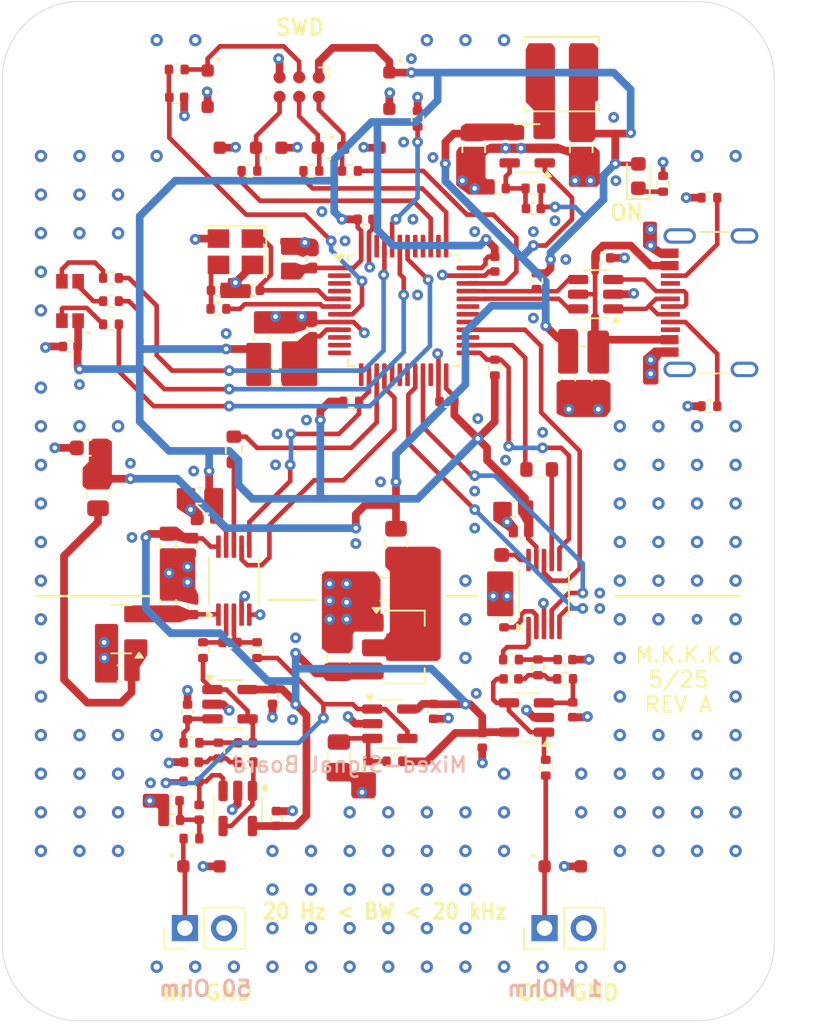
<source format=kicad_pcb>
(kicad_pcb (version 20240108) (generator "pcbnew") (generator_version "8.0")
  (layers (0 "F.Cu" signal) (1 "In1.Cu" power) (2 "In2.Cu" power) (31 "B.Cu" signal) (34 "B.Paste" user) (35 "F.Paste" user) (36 "B.SilkS" user "B.Silkscreen") (37 "F.SilkS" user "F.Silkscreen") (38 "B.Mask" user) (39 "F.Mask" user) (44 "Edge.Cuts" user))
  (net 0 "")
  (net 1 "VBUS")
  (net 2 "GND")
  (net 3 "+5V")
  (net 4 "/Power/+5V_FILT")
  (net 5 "+3.3VA")
  (net 6 "+3.3V")
  (net 7 "/Power/BUCK_FB")
  (net 8 "/Power/VREF")
  (net 9 "VDDA")
  (net 10 "/MCU/HSE_IN")
  (net 11 "/MCU/XTAL_IN")
  (net 12 "/MCU/NRST")
  (net 13 "/ADC/ADC_VREF_VIN")
  (net 14 "/ADC/IN_RF")
  (net 15 "/ADC/IN_BUF")
  (net 16 "Net-(C34-Pad1)")
  (net 17 "/ADC/IN_AA")
  (net 18 "/ADC/IN_AA_OUT")
  (net 19 "Net-(C36-Pad1)")
  (net 20 "/ADC/ADC_IN-")
  (net 21 "/ADC/ADC_IN+")
  (net 22 "Net-(C39-Pad1)")
  (net 23 "/DAC/OUT_AA_BUFF_IN")
  (net 24 "/DAC/OUT_AA_BUFF_OUT")
  (net 25 "Net-(C41-Pad1)")
  (net 26 "/DAC/DAC_VREF")
  (net 27 "/Power/PWR_LED_K")
  (net 28 "/MCU/LED_B_K")
  (net 29 "/MCU/LED_G_K")
  (net 30 "/MCU/LED_R_K")
  (net 31 "/MCU/DEBUG_SWCLK")
  (net 32 "/MCU/DEBUG_SWDIO")
  (net 33 "/MCU/DEBUG_NRST")
  (net 34 "/ADC/IN")
  (net 35 "/DAC/OUT")
  (net 36 "/MCU/USB_CONN_D-")
  (net 39 "/MCU/USB_CONN_D+")
  (net 40 "/MCU/USB_CONN_CC1")
  (net 41 "/MCU/USB_CONN_CC2")
  (net 42 "/Power/BUCK_SW")
  (net 43 "/MCU/BOOT0")
  (net 44 "/MCU/HSE_OUT")
  (net 45 "/DAC/DAC_NSYNC")
  (net 46 "/ADC/ADC_NCS")
  (net 47 "/MCU/USB_D+")
  (net 48 "/MCU/TIM4_CH1")
  (net 49 "/MCU/TIM4_CH2")
  (net 50 "/MCU/TIM4_CH3")
  (net 51 "/MCU/SWCLK")
  (net 52 "/MCU/SWDIO")
  (net 53 "/MCU/SWO")
  (net 54 "/ADC/ADC14_SCLK")
  (net 55 "/ADC/ADC_SCLK")
  (net 56 "VCOM")
  (net 57 "/ADC/IN_BUF_OUT")
  (net 58 "/DAC/DAC_VOUTA")
  (net 59 "/DAC/DAC_SCLK_1")
  (net 60 "/DAC/DAC_SCLK")
  (net 61 "/DAC/DAC_VOUTB")
  (net 66 "/DAC/DAC_NCLR")
  (net 71 "/DAC/DAC_NLDAC")
  (net 72 "/DAC/DAC_IN")
  (net 78 "/ADC/ADC_DOUT")
  (net 83 "/MCU/USB_D-")
  (net 85 "/ADC/ADC_VREF")
  (net 87 "/MCU/DEBUG_SWO")
  (net 89 "unconnected-(J2-SHIELD-PadS1)_0")
  (net 91 "unconnected-(J2-SHIELD-PadS1)_2")
  (footprint "Capacitor_SMD:C_0603_1608Metric" (layer "F.Cu") (at 78.25 64.25 -90)
    (property "Reference" "C23" (hide yes))
    (property "Value" "10u")
  )
  (footprint "Private:LED_RGB_1206" (layer "F.Cu") (at 72.0375 48.5375 -90)
    (property "Reference" "D2" (hide yes))
    (property "Value" "LED_GARB_E6C1206RGBC3UDA")
  )
  (footprint "Capacitor_SMD:C_0603_1608Metric" (layer "F.Cu") (at 84.3 50.8 90)
    (property "Reference" "C17" (hide yes))
    (property "Value" "1u")
  )
  (footprint "Capacitor_SMD:C_0402_1005Metric" (layer "F.Cu") (at 71.9 51.3375 180)
    (property "Reference" "C20" (hide yes))
    (property "Value" "100n")
  )
  (footprint "MountingHole:MountingHole_3.2mm_M3" (layer "F.Cu") (at 72.5 90)
    (property "Reference" "H3" (hide yes))
    (property "Value" "MountingHole")
  )
  (footprint "Capacitor_SMD:C_0603_1608Metric" (layer "F.Cu") (at 86.1 45.7 90)
    (property "Reference" "C14" (hide yes))
    (property "Value" "10u")
  )
  (footprint "Capacitor_SMD:C_0805_2012Metric" (layer "F.Cu") (at 98.0375 38.5 -90)
    (property "Reference" "C5" (hide yes))
    (property "Value" "22u")
  )
  (footprint "Resistor_SMD:R_0402_1005Metric" (layer "F.Cu") (at 74.5375 49.9 180)
    (property "Reference" "R14" (hide yes))
    (property "Value" "1k")
  )
  (footprint "Package_TO_SOT_SMD:SOT-23" (layer "F.Cu") (at 75.2 69.65 180)
    (property "Reference" "U6" (hide yes))
    (property "Value" "REF3033AIDBZT")
  )
  (footprint "Capacitor_SMD:C_0402_1005Metric" (layer "F.Cu") (at 101.9 42.4 180)
    (property "Reference" "C7" (hide yes))
    (property "Value" "DNP")
  )
  (footprint "Capacitor_SMD:C_0402_1005Metric" (layer "F.Cu") (at 79.9 68.2 -90)
    (property "Reference" "C30" (hide yes))
    (property "Value" "100n")
  )
  (footprint "Private:PESD3V3L1BA_SOD-323" (layer "F.Cu") (at 86.76 38.465 180)
    (property "Reference" "D5" (hide yes))
    (property "Value" "PESD3V3L1BA ")
  )
  (footprint "Capacitor_SMD:C_0603_1608Metric" (layer "F.Cu") (at 73.1 57.9)
    (property "Reference" "C27" (hide yes))
    (property "Value" "10u")
  )
  (footprint "Package_QFP:LQFP-48_7x7mm_P0.5mm" (layer "F.Cu") (at 93.5 49)
    (property "Reference" "U4" (hide yes))
    (property "Value" "STM32F103C8Tx")
  )
  (footprint "Capacitor_SMD:C_0402_1005Metric" (layer "F.Cu") (at 81.5 47.7)
    (property "Reference" "C19" (hide yes))
    (property "Value" "10p")
  )
  (footprint "Capacitor_SMD:C_0805_2012Metric" (layer "F.Cu") (at 105 38.5 -90)
    (property "Reference" "C6" (hide yes))
    (property "Value" "22u")
  )
  (footprint "Private:PESD3V3L1BA_SOD-323" (layer "F.Cu") (at 103.8 85)
    (property "Reference" "D9" (hide yes))
    (property "Value" "PESD3V3L1BA ")
  )
  (footprint "Resistor_SMD:R_0402_1005Metric" (layer "F.Cu") (at 80.5 71 90)
    (property "Reference" "R31" (hide yes))
    (property "Value" "1k")
  )
  (footprint "Resistor_SMD:R_0402_1005Metric" (layer "F.Cu") (at 83.25 78.25 180)
    (property "Reference" "R28" (hide yes))
    (property "Value" "6k8")
  )
  (footprint "Inductor_SMD:L_0603_1608Metric" (layer "F.Cu") (at 85.2 53.3 180)
    (property "Reference" "FB1" (hide yes))
    (property "Value" "120R")
  )
  (footprint "MountingHole:MountingHole_3.2mm_M3" (layer "F.Cu") (at 112.5 90)
    (property "Reference" "H4" (hide yes))
    (property "Value" "MountingHole")
  )
  (footprint "Capacitor_SMD:C_0402_1005Metric" (layer "F.Cu") (at 104.45 74.86 -90)
    (property "Reference" "C40" (hide yes))
    (property "Value" "150p")
  )
  (footprint "Resistor_SMD:R_0402_1005Metric" (layer "F.Cu") (at 102.7 78.61 -90)
    (property "Reference" "R36" (hide yes))
    (property "Value" "49R9")
  )
  (footprint "Inductor_SMD:L_Coilcraft_XAL4020-XXX" (layer "F.Cu") (at 103.7375 33.7)
    (property "Reference" "L2" (hide yes))
    (property "Value" "15u")
  )
  (footprint "MountingHole:MountingHole_3.2mm_M3" (layer "F.Cu") (at 112.5 34)
    (property "Reference" "H1" (hide yes))
    (property "Value" "MountingHole")
  )
  (footprint "Capacitor_SMD:C_0402_1005Metric" (layer "F.Cu") (at 91 43.1)
    (property "Reference" "C12" (hide yes))
    (property "Value" "100n")
  )
  (footprint "Resistor_SMD:R_0402_1005Metric" (layer "F.Cu") (at 79.75 79.5)
    (property "Reference" "R27" (hide yes))
    (property "Value" "2M2")
  )
  (footprint "Capacitor_SMD:C_0603_1608Metric" (layer "F.Cu") (at 78.25 67.9 -90)
    (property "Reference" "C29" (hide yes))
    (property "Value" "10u")
  )
  (footprint "Capacitor_SMD:C_0402_1005Metric" (layer "F.Cu") (at 85 74 90)
    (property "Reference" "C37" (hide yes))
    (property "Value" "100n")
  )
  (footprint "Capacitor_SMD:C_0402_1005Metric" (layer "F.Cu") (at 78.8 35.2)
    (property "Reference" "C21" (hide yes))
    (property "Value" "100n")
  )
  (footprint "Resistor_SMD:R_0402_1005Metric" (layer "F.Cu") (at 99.6 41.1)
    (property "Reference" "R3" (hide yes))
    (property "Value" "22k")
  )
  (footprint "Resistor_SMD:R_0402_1005Metric" (layer "F.Cu") (at 81.5 77.5 90)
    (property "Reference" "R29" (hide yes))
    (property "Value" "22k")
  )
  (footprint "Resistor_SMD:R_0402_1005Metric" (layer "F.Cu") (at 81.5 48.9)
    (property "Reference" "R8" (hide yes))
    (property "Value" "0R")
  )
  (footprint "Connector_PinHeader_2.54mm:PinHeader_1x02_P2.54mm_Vertical" (layer "F.Cu") (at 79.325 89 90)
    (property "Reference" "J3" (hide yes))
    (property "Value" "Conn_01x02_Pin")
  )
  (footprint "Capacitor_SMD:C_0402_1005Metric" (layer "F.Cu") (at 79.5 75 90)
    (property "Reference" "C35" (hide yes))
    (property "Value" "150p")
  )
  (footprint "Resistor_SMD:R_0402_1005Metric" (layer "F.Cu") (at 113.3 41.7)
    (property "Reference" "R20" (hide yes))
    (property "Value" "5k1")
  )
  (footprint "Resistor_SMD:R_0402_1005Metric" (layer "F.Cu") (at 90.1 54.9 180)
    (property "Reference" "R10" (hide yes))
    (property "Value" "10k")
  )
  (footprint "Resistor_SMD:R_0402_1005Metric" (layer "F.Cu") (at 100.45 71.61)
    (property "Reference" "R33" (hide yes))
    (property "Value" "6k8")
  )
  (footprint "Capacitor_SMD:C_0603_1608Metric" (layer "F.Cu") (at 106.2 53.4 -90)
    (property "Reference" "C1" (hide yes))
    (property "Value" "1u")
  )
  (footprint "Resistor_SMD:R_0603_1608Metric" (layer "F.Cu") (at 102.275 59.3)
    (property "Reference" "R38" (hide yes))
    (property "Value" "0R")
  )
  (footprint "Resistor_SMD:R_0805_2012Metric" (layer "F.Cu") (at 93 64.05 -90)
    (property "Reference" "R1" (hide yes))
    (property "Value" "10R")
  )
  (footprint "Connector_USB:USB_C_Receptacle_G-Switch_GT-USB-7010ASV" (layer "F.Cu") (at 114.5 48.5 90)
    (property "Reference" "J2" (hide yes))
    (property "Value" "USB_C_Receptacle_USB2.0_16P")
  )
  (footprint "Package_SO:VSSOP-10_3x3mm_P0.5mm" (layer "F.Cu") (at 82.5 66.5 90)
    (property "Reference" "U7" (hide yes))
    (property "Value" "ADC141S626")
  )
  (footprint "Capacitor_SMD:C_0402_1005Metric" (layer "F.Cu") (at 79.75 64.25 -90)
    (property "Reference" "C24" (hide yes))
    (property "Value" "100n")
  )
  (footprint "Capacitor_SMD:C_0603_1608Metric" (layer "F.Cu") (at 80.25 61 180)
    (property "Reference" "C26" (hide yes))
    (property "Value" "10u")
  )
  (footprint "Capacitor_SMD:C_0805_2012Metric" (layer "F.Cu") (at 89.25 71.55 90)
    (property "Reference" "C4" (hide yes))
    (property "Value" "22u")
  )
  (footprint "Capacitor_SMD:C_0603_1608Metric" (layer "F.Cu") (at 100.5875 61.86 180)
    (property "Reference" "C44" (hide yes))
    (property "Value" "10u")
  )
  (footprint "Package_SO:VSSOP-10_3x3mm_P0.5mm" (layer "F.Cu") (at 102.5875 67.36 90)
    (property "Reference" "U11" (hide yes))
    (property "Value" "DAC8562SDGSR")
  )
  (footprint "Capacitor_SMD:C_0402_1005Metric" (layer "F.Cu") (at 78.5 80.75 180)
    (property "Reference" "C33" (hide yes))
    (property "Value" "150p")
  )
  (footprint "Capacitor_SMD:C_0402_1005Metric" (layer "F.Cu") (at 106.4 45.6 180)
    (property "Reference" "C22" (hide yes))
    (property "Value" "100n")
  )
  (footprint "Package_TO_SOT_SMD:SOT-23-5" (layer "F.Cu") (at 82.75 81.25 -90)
    (property "Reference" "U8" (hide yes))
    (property "Value" "MCP6001T-E/OT")
  )
  (footprint "Private:PESD3V3L1BA_SOD-323" (layer "F.Cu") (at 80.4 85)
    (property "Reference" "D8" (hide yes))
    (property "Value" "PESD3V3L1BA ")
  )
  (footprint "Capacitor_SMD:C_0603_1608Metric" (layer "F.Cu") (at 99.8375 65.61 90)
    (property "Reference" "C45" (hide yes))
    (property "Value" "1u")
  )
  (footprint "Resistor_SMD:R_0402_1005Metric" (layer "F.Cu") (at 90.02 39.965)
    (property "Reference" "R17" (hide yes))
    (property "Value" "49R9")
  )
  (footprint "Capacitor_SMD:C_0402_1005Metric" (layer "F.Cu") (at 100.45 72.86 180)
    (property "Reference" "C41" (hide yes))
    (property "Value" "1n")
  )
  (footprint "Capacitor_SMD:C_0402_1005Metric" (layer "F.Cu") (at 80.25 81.5 90)
    (property "Reference" "C32" (hide yes))
    (property "Value" "100n")
  )
  (footprint "Resistor_SMD:R_0402_1005Metric" (layer "F.Cu") (at 101.9 41.1)
    (property "Reference" "R2" (hide yes))
    (property "Value" "100k")
  )
  (footprint "Capacitor_SMD:C_0402_1005Metric" (layer "F.Cu") (at 87.6 50.2 90)
    (property "Reference" "C15" (hide yes))
    (property "Value" "100n")
  )
  (footprint "Package_TO_SOT_SMD:SOT-89-3" (layer "F.Cu") (at 93.5 70.8)
    (property "Reference" "U1" (hide yes))
    (property "Value" "HT7533-1")
  )
  (footprint "Resistor_SMD:R_0402_1005Metric" (layer "F.Cu") (at 113.3 55.2)
    (property "Reference" "R19" (hide yes))
    (property "Value" "5k1")
  )
  (footprint "Resistor_SMD:R_0402_1005Metric" (layer "F.Cu") (at 110.3 40.8 -90)
    (property "Reference" "R4" (hide yes))
    (property "Value" "1k")
  )
  (footprint "Capacitor_SMD:C_0402_1005Metric" (layer "F.Cu") (at 83.7 47.7 180)
    (property "Reference" "C18" (hide yes))
    (property "Value" "10p")
  )
  (footprint "Inductor_SMD:L_0603_1608Metric" (layer "F.Cu") (at 105.1 50.8 180)
    (property "Reference" "L1" (hide yes))
    (property "Value" "10n")
  )
  (footprint "Private:PESD3V3L1BA_SOD-323" (layer "F.Cu") (at 92.57 34.765 -90)
    (property "Reference" "D7" (hide yes))
    (property "Value" "PESD3V3L1BA ")
  )
  (footprint "Package_TO_SOT_SMD:SOT-23-5" (layer "F.Cu") (at 101.5 38.5 180)
    (property "Reference" "U2" (hide yes))
    (property "Value" "TLV62569DBV")
  )
  (footprint "Resistor_SMD:R_0402_1005Metric" (layer "F.Cu") (at 78.5 82 180)
    (property "Reference" "R26" (hide yes))
    (property "Value" "2M2")
  )
  (footprint "MountingHole:MountingHole_3.2mm_M3" (layer "F.Cu") (at 72.5 34)
    (property "Reference" "H2" (hide yes))
    (property "Value" "MountingHole")
  )
  (footprint "Capacitor_SMD:C_0603_1608Metric" (layer "F.Cu") (at 75.1 72.5 180)
    (property "Reference" "C28" (hide yes))
    (property "Value" "10u")
  )
  (footprint "Package_TO_SOT_SMD:SOT-23-5" (layer "F.Cu") (at 101.45 75.36 180)
    (property "Reference" "U10" (hide yes))
    (property "Value" "MCP6001T-E/OT")
  )
  (footprint "Resistor_SMD:R_0402_1005Metric" (layer "F.Cu") (at 92.9 78.2 180)
    (property "Reference" "R5" (hide yes))
    (property "Value" "1k")
  )
  (footprint "Resistor_SMD:R_0402_1005Metric" (layer "F.Cu") (at 102.1 47.1 90)
    (property "Reference" "R11" (hide yes))
    (property "Value" "1k5")
  )
  (footprint "Resistor_SMD:R_0402_1005Metric" (layer "F.Cu") (at 87.52 39.965 180)
    (property "Reference" "R16" (hide yes))
    (property "Value" "49R9")
  )
  (footprint "Capacitor_SMD:C_0402_1005Metric" (layer "F.Cu") (at 82.25 70.5)
    (property "Reference" "C38" (hide yes))
    (property "Value" "150p")
  )
  (footprint "Capacitor_SMD:C_0402_1005Metric" (layer "F.Cu") (at 95.4375 74.9625 90)
    (property "Reference" "C8" (hide yes))
    (property "Value" "100n")
  )
  (footprint "Capacitor_SMD:C_0402_1005Metric" (layer "F.Cu") (at 87.6 45.7 90)
    (property "Reference" "C13" (hide yes))
    (property "Value" "100n")
  )
  (footprint "Private:PESD3V3L1BA_SOD-323" (layer "F.Cu") (at 82.76 38.465 180)
    (property "Reference" "D3" (hide yes))
    (property "Value" "PESD3V3L1BA ")
  )
  (footprint "Resistor_SMD:R_0805_2012Metric" (layer "F.Cu") (at 73.7 60.9 -90)
    (property "Reference" "R24" (hide yes))
    (property "Value" "49R9")
  )
  (footprint "Capacitor_SMD:C_0402_1005Metric" (layer "F.Cu") (at 99.4 46 -90)
    (property "Reference" "C11" (hide yes))
    (property "Value" "100n")
  )
  (footprint "Resistor_SMD:R_0402_1005Metric" (layer "F.Cu") (at 78.8 33.4 180)
    (property "Reference" "R15" (hide yes))
    (property "Value" "49R9")
  )
  (footprint "Resistor_SMD:R_0603_1608Metric" (layer "F.Cu") (at 82.5 58 90)
    (property "Reference" "R22" (hide yes))
    (property "Value" "0R")
  )
  (footprint "Capacitor_SMD:C_0402_1005Metric" (layer "F.Cu") (at 80.75 62.5 180)
    (property "Reference" "C25" (hide yes))
    (property "Value" "100n")
  )
  (footprint "Crystal:Crystal_SMD_3225-4Pin_3.2x2.5mm" (layer "F.Cu") (at 82.6 45.2 180)
    (property "Reference" "Y1" (hide yes))
    (property "Value" "16MHz")
  )
  (footprint "Resistor_SMD:R_0402_1005Metric" (layer "F.Cu") (at 74.5375 46.9 180)
    (property "Reference" "R12" (hide yes))
    (property "Value" "1k")
  )
  (footprint "Resistor_SMD:R_0402_1005Metric" (layer "F.Cu") (at 84 71 90)
    (property "Reference" "R32" (hide yes))
    (property "Value" "1k")
  )
  (footprint "Capacitor_SMD:C_0805_2012Metric" (layer "F.Cu") (at 89.3 77.9 -90)
    (property "Reference" "C9" (hide yes))
    (property "Value" "22u")
  )
  (footprint "Capacitor_SMD:C_0402_1005Metric" (layer "F.Cu") (at 103.95 71.61)
    (property "Reference" "C39" (hide yes))
    (property "Value" "1n")
  )
  (footprint "Resistor_SMD:R_0402_1005Metric" (layer "F.Cu") (at 99.4 52.7 -90)
    (property "Reference" "R9" (hide yes))
    (property "Value" "10k")
  )
  (footprint "Capacitor_SMD:C_0402_1005Metric" (layer "F.Cu") (at 96.3 54.9 180)
    (property "Reference" "C10" (hide yes))
    (property "Value" "100n")
  )
  (footprint "LED_SMD:LED_0603_1608Metric" (layer "F.Cu") (at 108.7 40.3 90)
    (property "Reference" "D1" (hide yes))
    (property "Value" "PWR_LED")
  )
  (footprint "Capacitor_SMD:C_0805_2012Metric" (layer "F.Cu") (at 92.25 67.05 180)
    (property "Reference" "C3" (hide yes))
    (property "Value" "22u")
  )
  (footprint "Capacitor_SMD:C_0603_1608Metric" (layer "F.Cu") (at 104.1 53.4 -90)
    (property "Reference" "C2" (hide yes))
    (property "Value" "1u")
  )
  (footprint "Connector:Tag-Connect_TC2030-IDC-NL_2x03_P1.27mm_Vertical" (layer "F.Cu") (at 86.73 34.535 180)
    (property "Reference" "J1" (hide yes))
    (property "Value" "Conn_ARM_SWD_TagConnect_TC2030-NL")
  )
  (footprint "Private:PESD3V3L1BA_SOD-323" (layer "F.Cu") (at 90.76 38.465)
    (property "Reference" "D4" (hide yes))
    (property "Value" "PESD3V3L1BA ")
  )
  (footprint "Package_TO_SOT_SMD:SOT-23-5" (layer "F.Cu") (at 82.25 74.5)
    (property "Reference" "U9" (hide yes))
    (property "Value" "MCP6001T-E/OT")
  )
  (footprint "Capacitor_SMD:C_0603_1608Metric" (layer "F.Cu") (at 86.1 50.8 90)
    (property "Reference" "C16" (hide yes))
    (property "Value" "1u")
  )
  (footprint "Resistor_SMD:R_0402_1005Metric" (layer "F.Cu") (at 102.2 72.11 -90)
    (property "Reference" "R34" (hide yes))
    (property "Value" "22k")
  )
  (footprint "Resistor_SMD:R_0402_1005Metric" (layer "F.Cu") (at 91.2 78.7 -90)
    (property "Reference" "R6" (hide yes))
    (property "Value" "1k")
  )
  (footprint "Resistor_SMD:R_0402_1005Metric" (layer "F.Cu") (at 79.75 83.2)
    (property "Reference" "R25" (hide yes))
    (property "Value" "1k")
  )
  (footprint "Resistor_SMD:R_0402_1005Metric" (layer "F.Cu") (at 83.51 39.965 180)
    (property "Reference" "R18" (hide yes))
    (property "Value" "49R9")
  )
  (footprint "Capacitor_SMD:C_0402_1005Metric" (layer "F.Cu") (at 98.5875 76.84 90)
    (property "Reference" "C42" (hide yes))
    (property "Value" "100n")
  )
  (footprint "Resistor_SMD:R_0402_1005Metric" (layer "F.Cu") (at 74.5375 48.4 180)
    (property "Reference" "R13" (hide yes))
    (property "Value" "1k")
  )
  (footprint "Resistor_SMD:R_0402_1005Metric" (layer "F.Cu") (at 100 69.01 90)
    (property "Reference" "R40" (hide yes))
    (property "Value" "10k")
  )
  (footprint "Capacitor_SMD:C_0402_1005Metric" (layer "F.Cu") (at 83.25 77)
    (property "Reference" "C36" (hide yes))
    (property "Value" "1n")
  )
  (footprint "Resistor_SMD:R_0402_1005Metric" (layer "F.Cu") (at 94.4 36.59 -90)
    (property "Reference" "R7" (hide yes))
    (property "Value" "10k")
  )
  (footprint "Package_TO_SOT_SMD:SOT-23-5" (layer "F.Cu") (at 92.6 75.7625)
    (property "Reference" "U3" (hide yes))
    (property "Value" "MCP6001T-E/OT")
  )
  (footprint "Capacitor_SMD:C_0402_1005Metric" (layer "F.Cu") (at 85.25 81.9 -90)
    (property "Reference" "C31" (hide yes))
    (property "Value" "100n")
  )
  (footprint "Capacitor_SMD:C_0402_1005Metric" (layer "F.Cu") (at 101.0875 63.36 180)
    (property "Reference" "C43" (hide yes))
    (property "Value" "100n")
  )
  (footprint "Capacitor_SMD:C_0402_1005Metric" (layer "F.Cu") (at 79.75 78.25 180)
    (property "Reference" "C34" (hide yes))
    (property "Value" "1n")
  )
  (footprint "Private:PESD3V3L1BA_SOD-323" (layer "F.Cu") (at 80.8 34.64 -90)
    (property "Reference" "D6" (hide yes))
    (property "Value" "PESD3V3L1BA ")
  )
  (footprint "Resistor_SMD:R_0402_1005Metric" (layer "F.Cu") (at 103.95 72.86)
    (property "Reference" "R35" (hide yes))
    (property "Value" "12k")
  )
  (footprint "Package_TO_SOT_SMD:SOT-23-6" (layer "F.Cu") (at 105.9375 47.95 180)
    (property "Reference" "U5" (hide yes))
    (property "Value" "USBLC6-2SC6")
  )
  (footprint "Connector_PinHeader_2.54mm:PinHeader_1x02_P2.54mm_Vertical" (layer "F.Cu") (at 102.625 89 90)
    (property "Reference" "J4" (hide yes))
    (property "Value" "Conn_01x02_Pin")
  )
  (footprint "Resistor_SMD:R_0402_1005Metric" (layer "F.Cu") (at 79.75 77 180)
    (property "Reference" "R30" (hide yes))
    (property "Value" "12k")
  )
  (gr_line (start 87.75 67.75) (end 84.75 67.75) (stroke (width 0.16)) (layer "F.SilkS"))
  (gr_line (start 77 67.5) (end 69.75 67.5) (stroke (width 0.16)) (layer "F.SilkS"))
  (gr_line (start 98.25 67.5) (end 96.25 67.5) (stroke (width 0.16)) (layer "F.SilkS"))
  (gr_line (start 115.25 67.5) (end 107.25 67.5) (stroke (width 0.16)) (layer "F.SilkS"))
  (gr_arc (start 72.5 95) (mid 68.964466 93.535534) (end 67.5 90) (stroke (width 0.05)) (layer "Edge.Cuts"))
  (gr_line (start 67.5 90) (end 67.5 34) (stroke (width 0.05)) (layer "Edge.Cuts"))
  (gr_line (start 72.5 29) (end 112.5 29) (stroke (width 0.05)) (layer "Edge.Cuts"))
  (gr_line (start 112.5 95) (end 72.5 95) (stroke (width 0.05)) (layer "Edge.Cuts"))
  (gr_arc (start 67.5 34) (mid 68.964466 30.464466) (end 72.5 29) (stroke (width 0.05)) (layer "Edge.Cuts"))
  (gr_arc (start 117.5 90) (mid 116.035534 93.535534) (end 112.5 95) (stroke (width 0.05)) (layer "Edge.Cuts"))
  (gr_arc (start 112.5 29) (mid 116.035534 30.464466) (end 117.5 34) (stroke (width 0.05)) (layer "Edge.Cuts"))
  (gr_line (start 117.5 34) (end 117.5 90) (stroke (width 0.05)) (layer "Edge.Cuts"))
  (gr_text "1 MOhm" (at 106.5 93.5 0) (layer "B.SilkS") (effects (font (size 1 1) (thickness 0.2) (bold yes)) (justify left bottom mirror)))
  (gr_text "50 Ohm" (at 83.75 93.5 0) (layer "B.SilkS") (effects (font (size 1 1) (thickness 0.2) (bold yes)) (justify left bottom mirror)))
  (gr_text "Mixed-Signal Board" (at 90 79 0) (layer "B.SilkS") (effects (font (size 1 1) (thickness 0.16)) (justify bottom mirror)))
  (gr_text "M.K.K.K\n5/25\nREV A" (at 111.3 75.1 0) (layer "F.SilkS") (effects (font (size 1 1) (thickness 0.16)) (justify bottom)))
  (gr_text "20 Hz < BW < 20 kHz" (at 84.25 88.5 0) (layer "F.SilkS") (effects (font (size 1 0.9) (thickness 0.2)) (justify left bottom)))
  (gr_text "IN" (at 77.75 93.75 0) (layer "F.SilkS") (effects (font (size 1 1) (thickness 0.2)) (justify left bottom)))
  (gr_text "SWD" (at 85.1 31.25 0) (layer "F.SilkS") (effects (font (size 1 1) (thickness 0.2)) (justify left bottom)))
  (gr_text "ON" (at 106.75 43.25 0) (layer "F.SilkS") (effects (font (size 1 1) (thickness 0.2)) (justify left bottom)))
  (gr_text "GND" (at 80.5 93.75 0) (layer "F.SilkS") (effects (font (size 1 1) (thickness 0.2)) (justify left bottom)))
  (gr_text "GND" (at 104.25 93.75 0) (layer "F.SilkS") (effects (font (size 1 1) (thickness 0.2)) (justify left bottom)))
  (gr_text "OUT" (at 100.75 93.75 0) (layer "F.SilkS") (effects (font (size 1 1) (thickness 0.2)) (justify left bottom)))
  (segment (start 106.410001 44.8) (end 105.92 45.290001) (width 0.5) (layer "F.Cu") (net 1))
  (segment (start 104.8 47.95) (end 105.85 47.95) (width 0.3) (layer "F.Cu") (net 1))
  (segment (start 110.775 46.1) (end 109.5 46.1) (width 0.5) (layer "F.Cu") (net 1))
  (segment (start 105.92 45.6) (end 105.92 45.68) (width 0.5) (layer "F.Cu") (net 1))
  (segment (start 105.8875 50.8) (end 105.8875 49.4125) (width 0.5) (layer "F.Cu") (net 1))
  (segment (start 105.92 45.68) (end 105.9 45.7) (width 0.5) (layer "F.Cu") (net 1))
  (segment (start 105.9 45.7) (end 105.9 46.5) (width 0.5) (layer "F.Cu") (net 1))
  (segment (start 105.9875 50.9) (end 110.775 50.9) (width 0.5) (layer "F.Cu") (net 1))
  (segment (start 108.2 44.8) (end 106.410001 44.8) (width 0.5) (layer "F.Cu") (net 1))
  (segment (start 105.92 45.290001) (end 105.92 45.6) (width 0.5) (layer "F.Cu") (net 1))
  (segment (start 105.9 47.9) (end 105.9 49.4) (width 0.3) (layer "F.Cu") (net 1))
  (segment (start 105.9 46.6) (end 105.9 46.5) (width 0.3) (layer "F.Cu") (net 1))
  (segment (start 105.8875 49.4125) (end 105.9 49.4) (width 0.5) (layer "F.Cu") (net 1))
  (segment (start 105.9 47.9) (end 105.9 46.6) (width 0.3) (layer "F.Cu") (net 1))
  (segment (start 105.85 47.95) (end 105.9 47.9) (width 0.3) (layer "F.Cu") (net 1))
  (segment (start 109.5 46.1) (end 108.2 44.8) (width 0.5) (layer "F.Cu") (net 1))
  (segment (start 105.8875 50.8) (end 105.9875 50.9) (width 0.5) (layer "F.Cu") (net 1))
  (segment (start 91.25 44.8375) (end 91.25 46.15) (width 0.3) (layer "F.Cu") (net 2))
  (segment (start 91.25 44.8375) (end 91.25 43.95) (width 0.3) (layer "F.Cu") (net 2))
  (segment (start 83 67.7) (end 83.2 67.5) (width 0.3) (layer "F.Cu") (net 2))
  (segment (start 72.175 57.9) (end 70.9 57.9) (width 0.5) (layer "F.Cu") (net 2))
  (segment (start 79.28 35.2) (end 79.28 36.38) (width 0.5) (layer "F.Cu") (net 2))
  (segment (start 94.4 36.08) (end 94.4 35.19) (width 0.5) (layer "F.Cu") (net 2))
  (segment (start 95.75 54.83) (end 95.82 54.9) (width 0.3) (layer "F.Cu") (net 2))
  (segment (start 79.28 36.38) (end 79.3 36.4) (width 0.5) (layer "F.Cu") (net 2))
  (segment (start 79.5 74.52) (end 79.5 73.6) (width 0.5) (layer "F.Cu") (net 2))
  (segment (start 91.25 43.95) (end 91.48 43.72) (width 0.3) (layer "F.Cu") (net 2))
  (segment (start 90.95 50.45) (end 90.25 49.75) (width 0.3) (layer "F.Cu") (net 2))
  (segment (start 78.35 78.25) (end 78.3 78.3) (width 0.5) (layer "F.Cu") (net 2))
  (segment (start 107.075 47.95) (end 108.35 47.95) (width 0.5) (layer "F.Cu") (net 2))
  (segment (start 83.7 46.05) (end 83.7 46.1) (width 0.5) (layer "F.Cu") (net 2))
  (segment (start 96 46.7) (end 96.05 46.75) (width 0.3) (layer "F.Cu") (net 2))
  (segment (start 98.5875 78.2875) (end 98.6 78.3) (width 0.5) (layer "F.Cu") (net 2))
  (segment (start 101.449495 74.879378) (end 101.930117 75.36) (width 0.5) (layer "F.Cu") (net 2))
  (segment (start 104.975 85) (end 103.9 85) (width 0.5) (layer "F.Cu") (net 2))
  (segment (start 81.8 74.5) (end 82.2 74.9) (width 0.5) (layer "F.Cu") (net 2))
  (segment (start 104.43 71.61) (end 105.49 71.61) (width 0.5) (layer "F.Cu") (net 2))
  (segment (start 81.575 85) (end 80.5 85) (width 0.5) (layer "F.Cu") (net 2))
  (segment (start 85.46 32.76) (end 85.4 32.7) (width 0.5) (layer "F.Cu") (net 2))
  (segment (start 95.75 53.1625) (end 95.75 54.83) (width 0.3) (layer "F.Cu") (net 2))
  (segment (start 71.42 51.3375) (end 70.3625 51.3375) (width 0.5) (layer "F.Cu") (net 2))
  (segment (start 105.36 75.34) (end 105.4 75.3) (width 0.5) (layer "F.Cu") (net 2))
  (segment (start 110.3 40.29) (end 110.3 39.4) (width 0.3) (layer "F.Cu") (net 2))
  (segment (start 89.3375 49.75) (end 87.63 49.75) (width 0.3) (layer "F.Cu") (net 2))
  (segment (start 81.585 38.465) (end 82.58 38.465) (width 0.5) (layer "F.Cu") (net 2))
  (segment (start 90.94 38.465) (end 90.91 38.435) (width 0.5) (layer "F.Cu") (net 2))
  (segment (start 85.585 38.465) (end 86.58 38.465) (width 0.5) (layer "F.Cu") (net 2))
  (segment (start 80.05 44.35) (end 80 44.4) (width 0.5) (layer "F.Cu") (net 2))
  (segment (start 80.8 35.815) (end 80.8 34.88) (width 0.5) (layer "F.Cu") (net 2))
  (segment (start 99.027106 46.48) (end 99.4 46.48) (width 0.3) (layer "F.Cu") (net 2))
  (segment (start 91.25 46.15) (end 91.3 46.2) (width 0.3) (layer "F.Cu") (net 2))
  (segment (start 86.28 81.42) (end 86.3 81.4) (width 0.5) (layer "F.Cu") (net 2))
  (segment (start 80.8 34.88) (end 80.77 34.85) (width 0.5) (layer "F.Cu") (net 2))
  (segment (start 87.63 49.75) (end 87.6 49.72) (width 0.3) (layer "F.Cu") (net 2))
  (segment (start 96.3575 75.4425) (end 96.4 75.4) (width 0.5) (layer "F.Cu") (net 2))
  (segment (start 85.46 33.9) (end 85.46 32.76) (width 0.5) (layer "F.Cu") (net 2))
  (segment (start 70.3625 51.3375) (end 70.3 51.4) (width 0.5) (layer "F.Cu") (net 2))
  (segment (start 97.6625 46.75) (end 98.757106 46.75) (width 0.3) (layer "F.Cu") (net 2))
  (segment (start 90.25 49.75) (end 89.3375 49.75) (width 0.3) (layer "F.Cu") (net 2))
  (segment (start 83.7 46.1) (end 82.6 47.2) (width 0.5) (layer "F.Cu") (net 2))
  (segment (start 81.1125 74.5) (end 81.8 74.5) (width 0.5) (layer "F.Cu") (net 2))
  (segment (start 95.75 51.85) (end 95.7 51.8) (width 0.3) (layer "F.Cu") (net 2))
  (segment (start 82.75 80.969644) (end 82.75 80.1125) (width 0.5) (layer "F.Cu") (net 2))
  (segment (start 95.75 53.1625) (end 95.75 51.85) (width 0.3) (layer "F.Cu") (net 2))
  (segment (start 92.57 35.94) (end 92.57 34.935) (width 0.5) (layer "F.Cu") (net 2))
  (segment (start 108.35 47.95) (end 108.4 47.9) (width 0.5) (layer "F.Cu") (net 2))
  (segment (start 102.5875 67.994711) (end 102.5875 69.56) (width 0.3) (layer "F.Cu") (net 2))
  (segment (start 82.390791 81.328853) (end 82.75 80.969644) (width 0.5) (layer "F.Cu") (net 2))
  (segment (start 106.88 45.6) (end 107.8 45.6) (width 0.5) (layer "F.Cu") (net 2))
  (segment (start 83.5 68.7) (end 84.2 68.7) (width 0.3) (layer "F.Cu") (net 2))
  (segment (start 102.553129 67.96034) (end 102.5875 67.994711) (width 0.3) (layer "F.Cu") (net 2))
  (segment (start 101.930117 75.36) (end 102.5875 75.36) (width 0.5) (layer "F.Cu") (net 2))
  (segment (start 81.5 44.35) (end 80.05 44.35) (width 0.5) (layer "F.Cu") (net 2))
  (segment (start 91.48 43.72) (end 91.48 43.1) (width 0.3) (layer "F.Cu") (net 2))
  (segment (start 98.757106 46.75) (end 99.027106 46.48) (width 0.3) (layer "F.Cu") (net 2))
  (segment (start 89.9 75.3) (end 90.3625 75.7625) (width 0.5) (layer "F.Cu") (net 2))
  (segment (start 82.58 38.465) (end 82.61 38.435) (width 0.5) (layer "F.Cu") (net 2))
  (segment (start 112.79 41.7) (end 111.8 41.7) (width 0.5) (layer "F.Cu") (net 2))
  (segment (start 91.935 38.465) (end 90.94 38.465) (width 0.5) (layer "F.Cu") (net 2))
  (segment (start 104.45 75.34) (end 105.36 75.34) (width 0.5) (layer "F.Cu") (net 2))
  (segment (start 95.4375 75.4425) (end 96.3575 75.4425) (width 0.5) (layer "F.Cu") (net 2))
  (segment (start 92.57 34.935) (end 92.6 34.905) (width 0.5) (layer "F.Cu") (net 2))
  (segment (start 112.79 55.2) (end 111.9 55.2) (width 0.5) (layer "F.Cu") (net 2))
  (segment (start 86.58 38.465) (end 86.61 38.435) (width 0.5) (layer "F.Cu") (net 2))
  (segment (start 96.05 46.75) (end 97.6625 46.75) (width 0.3) (layer "F.Cu") (net 2))
  (segment (start 83 68.7) (end 83 67.7) (width 0.3) (layer "F.Cu") (net 2))
  (segment (start 83.65 46.05) (end 83.6 46.1) (width 0.5) (layer "F.Cu") (net 2))
  (segment (start 105.49 71.61) (end 105.5 71.6) (width 0.5) (layer "F.Cu") (net 2))
  (segment (start 85.25 81.42) (end 86.28 81.42) (width 0.5) (layer "F.Cu") (net 2))
  (segment (start 79.27 78.25) (end 78.35 78.25) (width 0.5) (layer "F.Cu") (net 2))
  (segment (start 85 74.48) (end 85 75.35) (width 0.5) (layer "F.Cu") (net 2))
  (segment (start 90.3625 75.7625) (end 91.4625 75.7625) (width 0.5) (layer "F.Cu") (net 2))
  (segment (start 98.5875 77.32) (end 98.5875 78.2875) (width 0.5) (layer "F.Cu") (net 2))
  (via (at 102.5 56.9) (size 0.7) (drill 0.3) (layers "F.Cu" "B.Cu") (net 2))
  (via (at 77.05 80.75) (size 0.7) (drill 0.3) (layers "F.Cu" "B.Cu") (net 2))
  (via (at 85 91.5) (size 0.8) (drill 0.4) (layers "F.Cu" "B.Cu") (net 2))
  (via (at 78.3 66) (size 0.7) (drill 0.3) (layers "F.Cu" "B.Cu") (net 2))
  (via (at 106.2 68.3) (size 0.7) (drill 0.3) (layers "F.Cu" "B.Cu") (net 2))
  (via (at 82.61 38.435) (size 0.7) (drill 0.3) (layers "F.Cu" "B.Cu") (net 2))
  (via (at 70 79) (size 0.8) (drill 0.4) (layers "F.Cu" "B.Cu") (net 2))
  (via (at 88.7 67.8) (size 0.7) (drill 0.3) (layers "F.Cu" "B.Cu") (net 2))
  (via (at 94.400003 48) (size 0.7) (drill 0.3) (layers "F.Cu" "B.Cu") (net 2))
  (via (at 98.2 73.8) (size 0.7) (drill 0.3) (layers "F.Cu" "B.Cu") (net 2))
  (via (at 90 91.5) (size 0.8) (drill 0.4) (layers "F.Cu" "B.Cu") (net 2))
  (via (at 75 39) (size 0.8) (drill 0.4) (layers "F.Cu" "B.Cu") (net 2))
  (via (at 70 59) (size 0.8) (drill 0.4) (layers "F.Cu" "B.Cu") (net 2))
  (via (at 115 71.5) (size 0.8) (drill 0.4) (layers "F.Cu" "B.Cu") (net 2))
  (via (at 82.5 91.5) (size 0.8) (drill 0.4) (layers "F.Cu" "B.Cu") (net 2))
  (via (at 107.244975 40.6) (size 0.7) (drill 0.3) (layers "F.Cu" "B.Cu") (net 2))
  (via (at 101.9 43.9) (size 0.7) (drill 0.3) (layers "F.Cu" "B.Cu") (net 2))
  (via (at 77.5 31.5) (size 0.8) (drill 0.4) (layers "F.Cu" "B.Cu") (net 2))
  (via (at 98.3 56) (size 0.7) (drill 0.3) (layers "F.Cu" "B.Cu") (net 2))
  (via (at 85.3 57) (size 0.7) (drill 0.3) (layers "F.Cu" "B.Cu") (net 2))
  (via (at 82.6 47.2) (size 0.7) (drill 0.3) (layers "F.Cu" "B.Cu") (net 2))
  (via (at 97.5 66.5) (size 0.8) (drill 0.4) (layers "F.Cu" "B.Cu") (net 2))
  (via (at 85.2 59) (size 0.7) (drill 0.3) (layers "F.Cu" "B.Cu") (net 2))
  (via (at 92.6 34.905) (size 0.7) (drill 0.3) (layers "F.Cu" "B.Cu") (net 2))
  (via (at 115 79) (size 0.8) (drill 0.4) (layers "F.Cu" "B.Cu") (net 2))
  (via (at 98.1 41.1) (size 0.7) (drill 0.3) (layers "F.Cu" "B.Cu") (net 2))
  (via (at 92.5 84) (size 0.8) (drill 0.4) (layers "F.Cu" "B.Cu") (net 2))
  (via (at 115 56.5) (size 0.8) (drill 0.4) (layers "F.Cu" "B.Cu") (net 2))
  (via (at 104.6 40.6) (size 0.7) (drill 0.3) (layers "F.Cu" "B.Cu") (net 2))
  (via (at 110 79) (size 0.8) (drill 0.4) (layers "F.Cu" "B.Cu") (net 2))
  (via (at 104 45.7) (size 0.7) (drill 0.3) (layers "F.Cu" "B.Cu") (net 2))
  (via (at 70 74) (size 0.8) (drill 0.4) (layers "F.Cu" "B.Cu") (net 2))
  (via (at 75 44) (size 0.8) (drill 0.4) (layers "F.Cu" "B.Cu") (net 2))
  (via (at 95 91.5) (size 0.8) (drill 0.4) (layers "F.Cu" "B.Cu") (net 2))
  (via (at 82.2 74.9) (size 0.7) (drill 0.3) (layers "F.Cu" "B.Cu") (net 2))
  (via (at 86.5 70.2) (size 0.7) (drill 0.3) (layers "F.Cu" "B.Cu") (net 2))
  (via (at 80 31.5) (size 0.8) (drill 0.4) (layers "F.Cu" "B.Cu") (net 2))
  (via (at 111.9 55.2) (size 0.7) (drill 0.3) (layers "F.Cu" "B.Cu") (net 2))
  (via (at 92.5 89) (size 0.8) (drill 0.4) (layers "F.Cu" "B.Cu") (net 2))
  (via (at 97.5 71.5) (size 0.8) (drill 0.4) (layers "F.Cu" "B.Cu") (net 2))
  (via (at 115 39) (size 0.8) (drill 0.4) (layers "F.Cu" "B.Cu") (net 2))
  (via (at 70 54) (size 0.8) (drill 0.4) (layers "F.Cu" "B.Cu") (net 2))
  (via (at 115 61.5) (size 0.8) (drill 0.4) (layers "F.Cu" "B.Cu") (net 2))
  (via (at 80.5 85) (size 0.7) (drill 0.3) (layers "F.Cu" "B.Cu") (net 2))
  (via (at 97.5 84) (size 0.8) (drill 0.4) (layers "F.Cu" "B.Cu") (net 2))
  (via (at 112.5 39) (size 0.8) (drill 0.4) (layers "F.Cu" "B.Cu") (net 2))
  (via (at 112.5 56.5) (size 0.8) (drill 0.4) (layers "F.Cu" "B.Cu") (net 2))
  (via (at 94.4 35.19) (size 0.7) (drill 0.3) (layers "F.Cu" "B.Cu") (net 2))
  (via (at 92 60.1) (size 0.7) (drill 0.3) (layers "F.Cu" "B.Cu") (net 2))
  (via (at 78.3 78.3) (size 0.7) (drill 0.3) (layers "F.Cu" "B.Cu") (net 2))
  (via (at 107.5 79) (size 0.8) (drill 0.4) (layers "F.Cu" "B.Cu") (net 2))
  (via (at 110 61.5) (size 0.8) (drill 0.4) (layers "F.Cu" "B.Cu") (net 2))
  (via (at 72.5 41.5) (size 0.8) (drill 0.4) (layers "F.Cu" "B.Cu") (net 2))
  (via (at 80.77 34.85) (size 0.7) (drill 0.3) (layers "F.Cu" "B.Cu") (net 2))
  (via (at 70 81.5) (size 0.8) (drill 0.4) (layers "F.Cu" "B.Cu") (net 2))
  (via (at 115 76.5) (size 0.8) (drill 0.4) (layers "F.Cu" "B.Cu") (net 2))
  (via (at 115 84) (size 0.8) (drill 0.4) (layers "F.Cu" "B.Cu") (net 2))
  (via (at 112.5 59) (size 0.8) (drill 0.4) (layers "F.Cu" "B.Cu") (net 2))
  (via (at 75 84) (size 0.8) (drill 0.4) (layers "F.Cu" "B.Cu") (net 2))
  (via (at 112.5 69) (size 0.7) (drill 0.3) (layers "F.Cu" "B.Cu") (net 2))
  (via (at 107.5 81.5) (size 0.8) (drill 0.4) (layers "F.Cu" "B.Cu") (net 2))
  (via (at 107.5 84) (size 0.8) (drill 0.4) (layers "F.Cu" "B.Cu") (net 2))
  (via (at 79.7 61.9) (size 0.7) (drill 0.3) (layers "F.Cu" "B.Cu") (net 2))
  (via (at 85.2 49.4) (size 0.7) (drill 0.3) (layers "F.Cu" "B.Cu") (net 2))
  (via (at 110 56.5) (size 0.8) (drill 0.4) (layers "F.Cu" "B.Cu") (net 2))
  (via (at 112.5 66.5) (size 0.8) (drill 0.4) (layers "F.Cu" "B.Cu") (net 2))
  (via (at 115 69) (size 0.8) (drill 0.4) (layers "F.Cu" "B.Cu") (net 2))
  (via (at 77.5 76.5) (size 0.8) (drill 0.4) (layers "F.Cu" "B.Cu") (net 2))
  (via (at 105 81.5) (size 0.8) (drill 0.4) (layers "F.Cu" "B.Cu") (net 2))
  (via (at 107.5 71.5) (size 0.8) (drill 0.4) (layers "F.Cu" "B.Cu") (net 2))
  (via (at 109.5 43.75) (size 0.7) (drill 0.3) (layers "F.Cu" "B.Cu") (net 2))
  (via (at 95 31.5) (size 0.8) (drill 0.4) (layers "F.Cu" "B.Cu") (net 2))
  (via (at 107.5 56.5) (size 0.8) (drill 0.4) (layers "F.Cu" "B.Cu") (net 2))
  (via (at 107.5 61.5) (size 0.8) (drill 0.4) (layers "F.Cu" "B.Cu") (net 2))
  (via (at 100 79) (size 0.8) (drill 0.4) (layers "F.Cu" "B.Cu") (net 2))
  (via (at 112.5 76.5) (size 0.7) (drill 0.3) (layers "F.Cu" "B.Cu") (net 2))
  (via (at 90 84) (size 0.8) (drill 0.4) (layers "F.Cu" "B.Cu") (net 2))
  (via (at 101.9 49.5) (size 0.7) (drill 0.3) (layers "F.Cu" "B.Cu") (net 2))
  (via (at 85.4 32.7) (size 0.7) (drill 0.3) (layers "F.Cu" "B.Cu") (net 2))
  (via (at 100 81.5) (size 0.8) (drill 0.4) (layers "F.Cu" "B.Cu") (net 2))
  (via (at 115 81.5) (size 0.8) (drill 0.4) (layers "F.Cu" "B.Cu") (net 2))
  (via (at 72.5 84) (size 0.8) (drill 0.4) (layers "F.Cu" "B.Cu") (net 2))
  (via (at 92.5 81.5) (size 0.8) (drill 0.4) (layers "F.Cu" "B.Cu") (net 2))
  (via (at 70 76.5) (size 0.8) (drill 0.4) (layers "F.Cu" "B.Cu") (net 2))
  (via (at 86.3 81.4) (size 0.7) (drill 0.3) (layers "F.Cu" "B.Cu") (net 2))
  (via (at 75 79) (size 0.8) (drill 0.4) (layers "F.Cu" "B.Cu") (net 2))
  (via (at 92.5 86.5) (size 0.8) (drill 0.4) (layers "F.Cu" "B.Cu") (net 2))
  (via (at 95 81.5) (size 0.8) (drill 0.4) (layers "F.Cu" "B.Cu") (net 2))
  (via (at 85 84) (size 0.8) (drill 0.4) (layers "F.Cu" "B.Cu") (net 2))
  (via (at 97.5 91.5) (size 0.8) (drill 0.4) (layers "F.Cu" "B.Cu") (net 2))
  (via (at 72.5 53.8) (size 0.7) (drill 0.3) (layers "F.Cu" "B.Cu") (net 2))
  (via (at 72.5 81.5) (size 0.8) (drill 0.4) (layers "F.Cu" "B.Cu") (net 2))
  (via (at 100.2 67.5) (size 0.7) (drill 0.3) (layers "F.Cu" "B.Cu") (net 2))
  (via (at 101.1 38.5) (size 0.7) (drill 0.3) (layers "F.Cu" "B.Cu") (net 2))
  (via (at 106.1 55.4) (size 0.7) (drill 0.3) (layers "F.Cu" "B.Cu") (net 2))
  (via (at 75.8 58.9) (size 0.7) (drill 0.3) (layers "F.Cu" "B.Cu") (net 2))
  (via (at 87.5 91.5) (size 0.8) (drill 0.4) (layers "F.Cu" "B.Cu") (net 2))
  (via (at 89.8 67.9) (size 0.7) (drill 0.3) (layers "F.Cu" "B.Cu") (net 2))
  (via (at 70 84) (size 0.8) (drill 0.4) (layers "F.Cu" "B.Cu") (net 2))
  (via (at 107.5 64) (size 0.8) (drill 0.4) (layers "F.Cu" "B.Cu") (net 2))
  (via (at 110 64) (size 0.8) (drill 0.4) (layers "F.Cu" "B.Cu") (net 2))
  (via (at 86.61 38.435) (size 0.7) (drill 0.3) (layers "F.Cu" "B.Cu") (net 2))
  (via (at 96.4 75.4) (size 0.7) (drill 0.3) (layers "F.Cu" "B.Cu") (net 2))
  (via (at 107.5 91.5) (size 0.8) (drill 0.4) (layers "F.Cu" "B.Cu") (net 2))
  (via (at 89.9 75.3) (size 0.7) (drill 0.3) (layers "F.Cu" "B.Cu") (net 2))
  (via (at 107.5 59) (size 0.8) (drill 0.4) (layers "F.Cu" "B.Cu") (net 2))
  (via (at 72.5 39) (size 0.8) (drill 0.4) (layers "F.Cu" "B.Cu") (net 2))
  (via (at 98.1 60.7) (size 0.7) (drill 0.3) (layers "F.Cu" "B.Cu") (net 2))
  (via (at 97.5 81.5) (size 0.8) (drill 0.4) (layers "F.Cu" "B.Cu") (net 2))
  (via (at 97.5 69) (size 0.8) (drill 0.4) (layers "F.Cu" "B.Cu") (net 2))
  (via (at 75 81.5) (size 0.8) (drill 0.4) (layers "F.Cu" "B.Cu") (net 2))
  (via (at 112.5 84) (size 0.8) (drill 0.4) (layers "F.Cu" "B.Cu") (net 2))
  (via (at 109.5 44.8) (size 0.7) (drill 0.3) (layers "F.Cu" "B.Cu") (net 2))
  (via (at 103.9 85) (size 0.7) (drill 0.3) (layers "F.Cu" "B.Cu") (net 2))
  (via (at 110 81.5) (size 0.8) (drill 0.4) (layers "F.Cu" "B.Cu") (net 2))
  (via (at 112.5 81.5) (size 0.8) (drill 0.4) (layers "F.Cu" "B.Cu") (net 2))
  (via (at 100 84) (size 0.8) (drill 0.4) (layers "F.Cu" "B.Cu") (net 2))
  (via (at 105.6 40.6) (size 0.7) (drill 0.3) (layers "F.Cu" "B.Cu") (net 2))
  (via (at 100.1 38.5) (size 0.7) (drill 0.3) (layers "F.Cu" "B.Cu") (net 2))
  (via (at 72.5 56.5) (size 0.8) (drill 0.4) (layers "F.Cu" "B.Cu") (net 2))
  (via (at 93.499997 38.1) (size 0.7) (drill 0.3) (layers "F.Cu" "B.Cu") (net 2))
  (via (at 88.7 69) (size 0.7) (drill 0.3) (layers "F.Cu" "B.Cu") (net 2))
  (via (at 110 84) (size 0.8) (drill 0.4) (layers "F.Cu" "B.Cu") (net 2))
  (via (at 90.4 64.1) (size 0.7) (drill 0.3) (layers "F.Cu" "B.Cu") (net 2))
  (via (at 70 41.5) (size 0.8) (drill 0.4) (layers "F.Cu" "B.Cu") (net 2))
  (via (at 115 64) (size 0.8) (drill 0.4) (layers "F.Cu" "B.Cu") (net 2))
  (via (at 110.3 39.4) (size 0.7) (drill 0.3) (layers "F.Cu" "B.Cu") (net 2))
  (via (at 83.2 67.5) (size 0.7) (drill 0.3) (layers "F.Cu" "B.Cu") (net 2))
  (via (at 79.9 59.4) (size 0.7) (drill 0.3) (layers "F.Cu" "B.Cu") (net 2))
  (via (at 115 66.5) (size 0.8) (drill 0.4) (layers "F.Cu" "B.Cu") (net 2))
  (via (at 70 49) (size 0.8) (drill 0.4) (layers "F.Cu" "B.Cu") (net 2))
  (via (at 97.5 31.5) (size 0.8) (drill 0.4) (layers "F.Cu" "B.Cu") (net 2))
  (via (at 110 59) (size 0.8) (drill 0.4) (layers "F.Cu" "B.Cu") (net 2))
  (via (at 87.5 84) (size 0.8) (drill 0.4) (layers "F.Cu" "B.Cu") (net 2))
  (via (at 112.5 61.5) (size 0.8) (drill 0.4) (layers "F.Cu" "B.Cu") (net 2))
  (via (at 107.1 36.5) (size 0.7) (drill 0.3) (layers "F.Cu" "B.Cu") (net 2))
  (via (at 75 41.5) (size 0.8) (drill 0.4) (layers "F.Cu" "B.Cu") (net 2))
  (via (at 86.3 75.5) (size 0.7) (drill 0.3) (layers "F.Cu" "B.Cu") (net 2))
  (via (at 94.1 43.1) (size 0.7) (drill 0.3) (layers "F.Cu" "B.Cu") (net 2))
  (via (at 98.1 63.1) (size 0.7) (drill 0.3) (layers "F.Cu" "B.Cu") (net 2))
  (via (at 80 91.5) (size 0.8) (drill 0.4) (layers "F.Cu" "B.Cu") (net 2))
  (via (at 90 81.5) (size 0.8) (drill 0.4) (layers "F.Cu" "B.Cu") (net 2))
  (via (at 115 59) (size 0.8) (drill 0.4) (layers "F.Cu" "B.Cu") (net 2))
  (via (at 102.553129 67.96034) (size 0.7) (drill 0.3) (layers "F.Cu" "B.Cu") (net 2))
  (via (at 72.5 44) (size 0.8) (drill 0.4) (layers "F.Cu" "B.Cu") (net 2))
  (via (at 87.1 44.6) (size 0.7) (drill 0.3) (layers "F.Cu" "B.Cu") (net 2))
  (via (at 79.5 66.6) (size 0.7) (drill 0.3) (layers "F.Cu" "B.Cu") (net 2))
  (via (at 75.9 63.7) (size 0.7) (drill 0.3) (layers "F.Cu" "B.Cu") (net 2))
  (via (at 107.5 74) (size 0.8) (drill 0.4) (layers "F.Cu" "B.Cu") (net 2))
  (via (at 107.5 69) (size 0.8) (drill 0.4) (layers "F.Cu" "B.Cu") (net 2))
  (via (at 98.1 43.9) (size 0.7) (drill 0.3) (layers "F.Cu" "B.Cu") (net 2))
  (via (at 95 84) (size 0.8) (drill 0.4) (layers "F.Cu" "B.Cu") (net 2))
  (via (at 96 46.7) (size 0.7) (drill 0.3) (layers "F.Cu" "B.Cu") (net 2))
  (via (at 92.5 91.5) (size 0.8) (drill 0.4) (layers "F.Cu" "B.Cu") (net 2))
  (via (at 109.5 53.1) (size 0.7) (drill 0.3) (layers "F.Cu" "B.Cu") (net 2))
  (via (at 97.3 40.6) (size 0.7) (drill 0.3) (layers "F.Cu" "B.Cu") (net 2))
  (via (at 79.3 36.4) (size 0.7) (drill 0.3) (layers "F.Cu" "B.Cu") (net 2))
  (via (at 104.2 55.4) (size 0.7) (drill 0.3) (layers "F.Cu" "B.Cu") (net 2))
  (via (at 79.5 73.6) (size 0.7) (drill 0.3) (layers "F.Cu" "B.Cu") (net 2))
  (via (at 70 46.5) (size 0.8) (drill 0.4) (layers "F.Cu" "B.Cu") (net 2))
  (via (at 70.3 51.4) (size 0.7) (drill 0.3) (layers "F.Cu" "B.Cu") (net 2))
  (via (at 75 76.5) (size 0.8) (drill 0.4) (layers "F.Cu" "B.Cu") (net 2))
  (via (at 72.5 76.5) (size 0.8) (drill 0.4) (layers "F.Cu" "B.Cu") (net 2))
  (via (at 84.2 68.7) (size 0.7) (drill 0.3) (layers "F.Cu" "B.Cu") (net 2))
  (via (at 77.5 91.5) (size 0.8) (drill 0.4) (layers "F.Cu" "B.Cu") (net 2))
  (via (at 70 69) (size 0.8) (drill 0.4) (layers "F.Cu" "B.Cu") (net 2))
  (via (at 107.8 45.6) (size 0.7) (drill 0.3) (layers "F.Cu" "B.Cu") (net 2))
  (via (at 109.5 52.2) (size 0.7) (drill 0.3) (layers "F.Cu" "B.Cu") (net 2))
  (via (at 105 79) (size 0.8) (drill 0.4) (layers "F.Cu" "B.Cu") (net 2))
  (via (at 70 71.5) (size 0.8) (drill 0.4) (layers "F.Cu" "B.Cu") (net 2))
  (via (at 70 61.5) (size 0.8) (drill 0.4) (layers "F.Cu" "B.Cu") (net 2))
  (via (at 85 86.5) (size 0.8) (drill 0.4) (layers "F.Cu" "B.Cu") (net 2))
  (via (at 105.5 71.6) (size 0.7) (drill 0.3) (layers "F.Cu" "B.Cu") (net 2))
  (via (at 91.3 46.2) (size 0.7) (drill 0.3) (layers "F.Cu" "B.Cu") (net 2))
  (via (at 75 56.5) (size 0.8) (drill 0.4) (layers "F.Cu" "B.Cu") (net 2))
  (via (at 77.5 39) (size 0.8) (drill 0.4) (layers "F.Cu" "B.Cu") (net 2))
  (via (at 112.5 79) (size 0.8) (drill 0.4) (layers "F.Cu" "B.Cu") (net 2))
  (via (at 70 64) (size 0.8) (drill 0.4) (layers "F.Cu" "B.Cu") (net 2))
  (via (at 103.3 43.2) (size 0.7) (drill 0.3) (layers "F.Cu" "B.Cu") (net 2))
  (via (at 111.8 41.7) (size 0.7) (drill 0.3) (layers "F.Cu" "B.Cu") (net 2))
  (via (at 97.5 89) (size 0.8) (drill 0.4) (layers "F.Cu" "B.Cu") (net 2))
  (via (at 100.1 58.7) (size 0.7) (drill 0.3) (layers "F.Cu" "B.Cu") (net 2))
  (via (at 102.5 91.5) (size 0.8) (drill 0.4) (layers "F.Cu" "B.Cu") (net 2))
  (via (at 89.7 44.5) (size 0.7) (drill 0.3) (layers "F.Cu" "B.Cu") (net 2))
  (via (at 108.4 47.9) (size 0.7) (drill 0.3) (layers "F.Cu" "B.Cu") (net 2))
  (via (at 110 66.5) (size 0.8) (drill 0.4) (layers "F.Cu" "B.Cu") (net 2))
  (via (at 82 50.5) (size 0.7) (drill 0.3) (layers "F.Cu" "B.Cu") (net 2))
  (via (at 87.2 56.1) (size 0.7) (drill 0.3) (layers "F.Cu" "B.Cu") (net 2))
  (via (at 88.2 42.6) (size 0.7) (drill 0.3) (layers "F.Cu" "B.Cu") (net 2))
  (via (at 87.5 86.5) (size 0.8) (drill 0.4) (layers "F.Cu" "B.Cu") (net 2))
  (via (at 105.4 75.3) (size 0.7) (drill 0.3) (layers "F.Cu" "B.Cu") (net 2))
  (via (at 110 69) (size 0.8) (drill 0.4) (layers "F.Cu" "B.Cu") (net 2))
  (via (at 70 66.5) (size 0.8) (drill 0.4) (layers "F.Cu" "B.Cu") (net 2))
  (via (at 95 89) (size 0.8) (drill 0.4) (layers "F.Cu" "B.Cu") (net 2))
  (via (at 94 32.7) (size 0.7) (drill 0.3) (layers "F.Cu" "B.Cu") (net 2))
  (via (at 89.8 69) (size 0.7) (drill 0.3) (layers "F.Cu" "B.Cu") (net 2))
  (via (at 72.5 79) (size 0.8) (drill 0.4) (layers "F.Cu" "B.Cu") (net 2))
  (via (at 90 86.5) (size 0.8) (drill 0.4) (layers "F.Cu" "B.Cu") (net 2))
  (via (at 110 76.5) (size 0.8) (drill 0.4) (layers "F.Cu" "B.Cu") (net 2))
  (via (at 95.7 51.8) (size 0.7) (drill 0.3) (layers "F.Cu" "B.Cu") (net 2))
  (via (at 99.3 67.5) (size 0.7) (drill 0.3) (layers "F.Cu" "B.Cu") (net 2))
  (via (at 90 89) (size 0.8) (drill 0.4) (layers "F.Cu" "B.Cu") (net 2))
  (via (at 82.390791 81.328853) (size 0.7) (drill 0.3) (layers "F.Cu" "B.Cu") (net 2))
  (via (at 100 31.5) (size 0.8) (drill 0.4) (layers "F.Cu" "B.Cu") (net 2))
  (via (at 90.8 80.2) (size 0.7) (drill 0.3) (layers "F.Cu" "B.Cu") (net 2))
  (via (at 70.9 57.9) (size 0.7) (drill 0.3) (layers "F.Cu" "B.Cu") (net 2))
  (via (at 101.449495 74.879378) (size 0.7) (drill 0.3) (layers "F.Cu" "B.Cu") (net 2))
  (via (at 70 39) (size 0.8) (drill 0.4) (layers "F.Cu" "B.Cu") (net 2))
  (via (at 90.95 50.45) (size 0.7) (drill 0.3) (layers "F.Cu" "B.Cu") (net 2))
  (via (at 95 86.5) (size 0.8) (drill 0.4) (layers "F.Cu" "B.Cu") (net 2))
  (via (at 79.5 65.6) (size 0.7) (drill 0.3) (layers "F.Cu" "B.Cu") (net 2))
  (via (at 85 75.35) (size 0.7) (drill 0.3) (layers "F.Cu" "B.Cu") (net 2))
  (via (at 97.5 86.5) (size 0.8) (drill 0.4) (layers "F.Cu" "B.Cu") (net 2))
  (via (at 74.1 70.5) (size 0.7) (drill 0.3) (layers "F.Cu" "B.Cu") (net 2))
  (via (at 86.9 49.4) (size 0.7) (drill 0.3) (layers "F.Cu" "B.Cu") (net 2))
  (via (at 105 91.5) (size 0.8) (drill 0.4) (layers "F.Cu" "B.Cu") (net 2))
  (via (at 88.7 66.7) (size 0.7) (drill 0.3) (layers "F.Cu" "B.Cu") (net 2))
  (via (at 112.5 64) (size 0.8) (drill 0.4) (layers "F.Cu" "B.Cu") (net 2))
  (via (at 98.6 78.3) (size 0.7) (drill 0.3) (layers "F.Cu" "B.Cu") (net 2))
  (via (at 85 89) (size 0.8) (drill 0.4) (layers "F.Cu" "B.Cu") (net 2))
  (via (at 107.5 76.5) (size 0.8) (drill 0.4) (layers "F.Cu" "B.Cu") (net 2))
  (via (at 90.91 38.435) (size 0.7) (drill 0.3) (layers "F.Cu" "B.Cu") (net 2))
  (via (at 89.8 66.7) (size 0.7) (drill 0.3) (layers "F.Cu" "B.Cu") (net 2))
  (via (at 74.1 71.5) (size 0.7) (drill 0.3) (layers "F.Cu" "B.Cu") (net 2))
  (via (at 107.5 66.5) (size 0.8) (drill 0.4) (layers "F.Cu" "B.Cu") (net 2))
  (via (at 100 91.5) (size 0.8) (drill 0.4) (layers "F.Cu" "B.Cu") (net 2))
  (via (at 70 56.5) (size 0.8) (drill 0.4) (layers "F.Cu" "B.Cu") (net 2))
  (via (at 115 74) (size 0.8) (drill 0.4) (layers "F.Cu" "B.Cu") (net 2))
  (via (at 70 44) (size 0.8) (drill 0.4) (layers "F.Cu" "B.Cu") (net 2))
  (via (at 95.395014 39.097507) (size 0.7) (drill 0.3) (layers "F.Cu" "B.Cu") (net 2))
  (via (at 77.1 79.6) (size 0.7) (drill 0.3) (layers "F.Cu" "B.Cu") (net 2))
  (via (at 80 44.4) (size 0.7) (drill 0.3) (layers "F.Cu" "B.Cu") (net 2))
  (via (at 87.5 89) (size 0.8) (drill 0.4) (layers "F.Cu" "B.Cu") (net 2))
  (via (at 106.2 67.3) (size 0.7) (drill 0.3) (layers "F.Cu" "B.Cu") (net 2))
  (via (at 100.2 62.7) (size 0.7) (drill 0.3) (layers "F.Cu" "B.Cu") (net 2))
  (segment (start 91 61.6) (end 92.9 61.6) (width 0.5) (layer "F.Cu") (net 3))
  (segment (start 104.4 41.7) (end 104.4 43.1) (width 0.3) (layer "F.Cu") (net 3))
  (segment (start 90.4375 63.1375) (end 90.4 63.1) (width 0.5) (layer "F.Cu") (net 3))
  (segment (start 90.4 63.1) (end 90.4 62.2) (width 0.5) (layer "F.Cu") (net 3))
  (segment (start 96.2 38.1) (end 96.75 37.55) (width 0.5) (layer "F.Cu") (net 3))
  (segment (start 75.8 59.9) (end 73.7875 59.9) (width 0.5) (layer "F.Cu") (net 3))
  (segment (start 102.7 44.8) (end 101.9 44.8) (width 0.3) (layer "F.Cu") (net 3))
  (segment (start 102.7 50) (end 103.5 50.8) (width 0.5) (layer "F.Cu") (net 3))
  (segment (start 90.4 62.2) (end 91 61.6) (width 0.5) (layer "F.Cu") (net 3))
  (segment (start 104.4 43.1) (end 102.7 44.8) (width 0.3) (layer "F.Cu") (net 3))
  (segment (start 103.5 50.8) (end 104.3125 50.8) (width 0.5) (layer "F.Cu") (net 3))
  (segment (start 73.7875 59.9) (end 73.7 59.9875) (width 0.5) (layer "F.Cu") (net 3))
  (segment (start 92.9 61.6) (end 93 61.5) (width 0.5) (layer "F.Cu") (net 3))
  (segment (start 96.75 37.55) (end 98.0375 37.55) (width 0.5) (layer "F.Cu") (net 3))
  (segment (start 102.6375 39.45) (end 102.6375 39.9375) (width 0.3) (layer "F.Cu") (net 3))
  (segment (start 93 61.5) (end 93 63.1375) (width 0.5) (layer "F.Cu") (net 3))
  (segment (start 96.2 39.5) (end 96.2 38.1) (width 0.5) (layer "F.Cu") (net 3))
  (segment (start 93 60.1) (end 93 61.5) (width 0.5) (layer "F.Cu") (net 3))
  (segment (start 102.6375 39.9375) (end 104.4 41.7) (width 0.3) (layer "F.Cu") (net 3))
  (via (at 90.4 63.1) (size 0.7) (drill 0.3) (layers "F.Cu" "B.Cu") (net 3))
  (via (at 93 60.1) (size 0.7) (drill 0.3) (layers "F.Cu" "B.Cu") (net 3))
  (via (at 102.7 50) (size 0.7) (drill 0.3) (layers "F.Cu" "B.Cu") (net 3))
  (via (at 101.9 44.8) (size 0.7) (drill 0.3) (layers "F.Cu" "B.Cu") (net 3))
  (via (at 96.2 39.5) (size 0.7) (drill 0.3) (layers "F.Cu" "B.Cu") (net 3))
  (via (at 75.8 59.9) (size 0.7) (drill 0.3) (layers "F.Cu" "B.Cu") (net 3))
  (segment (start 101.134314 45.565686) (end 102.7 47.131371) (width 0.5) (layer "B.Cu") (net 3))
  (segment (start 90.4 63.1) (end 82.031371 63.1) (width 0.5) (layer "B.Cu") (net 3))
  (segment (start 96.2 39.5) (end 96.2 40.631372) (width 0.5) (layer "B.Cu") (net 3))
  (segment (start 97.5 50.4) (end 99.2 48.7) (width 0.5) (layer "B.Cu") (net 3))
  (segment (start 99.2 48.7) (end 102.7 48.7) (width 0.5) (layer "B.Cu") (net 3))
  (segment (start 101.134314 45.565686) (end 101.9 44.8) (width 0.5) (layer "B.Cu") (net 3))
  (segment (start 96.2 40.631372) (end 101.134314 45.565686) (width 0.5) (layer "B.Cu") (net 3))
  (segment (start 102.7 47.131371) (end 102.7 48.7) (width 0.5) (layer "B.Cu") (net 3))
  (segment (start 102.7 48.7) (end 102.7 49.2) (width 0.5) (layer "B.Cu") (net 3))
  (segment (start 97.5 53.8) (end 97.5 50.4) (width 0.5) (layer "B.Cu") (net 3))
  (segment (start 93 60.1) (end 93 58.3) (width 0.5) (layer "B.Cu") (net 3))
  (segment (start 93 58.3) (end 97.5 53.8) (width 0.5) (layer "B.Cu") (net 3))
  (segment (start 82.031371 63.1) (end 78.831371 59.9) (width 0.5) (layer "B.Cu") (net 3))
  (segment (start 78.831371 59.9) (end 75.8 59.9) (width 0.5) (layer "B.Cu") (net 3))
  (segment (start 102.7 49.2) (end 102.7 50) (width 0.5) (layer "B.Cu") (net 3))
  (segment (start 93 66.85) (end 93.2 67.05) (width 0.5) (layer "F.Cu") (net 4))
  (segment (start 97.5 74.5) (end 97.8 74.5) (width 0.5) (layer "F.Cu") (net 5))
  (segment (start 87.8 72.5) (end 86.5 71.2) (width 0.5) (layer "F.Cu") (net 5))
  (segment (start 95 78.2) (end 96.84 76.36) (width 0.5) (layer "F.Cu") (net 5))
  (segment (start 89.45 72.3) (end 89.25 72.5) (width 0.5) (layer "F.Cu") (net 5))
  (segment (start 79.75 63.77) (end 80.47 63.77) (width 0.3) (layer "F.Cu") (net 5))
  (segment (start 98.5875 75.2875) (end 98.5875 76.36) (width 0.5) (layer "F.Cu") (net 5))
  (segment (start 86.52 82.38) (end 85.25 82.38) (width 0.5) (layer "F.Cu") (net 5))
  (segment (start 96.84 76.36) (end 98.5875 76.36) (width 0.5) (layer "F.Cu") (net 5))
  (segment (start 86.5 74.5) (end 86.5 74.4) (width 0.5) (layer "F.Cu") (net 5))
  (segment (start 97.8 74.5) (end 98.5875 75.2875) (width 0.5) (layer "F.Cu") (net 5))
  (segment (start 85.2425 82.3875) (end 85.25 82.38) (width 0.5) (layer "F.Cu") (net 5))
  (segment (start 84.97 73.55) (end 85 73.52) (width 0.5) (layer "F.Cu") (net 5))
  (segment (start 85.62 73.52) (end 85 73.52) (width 0.5) (layer "F.Cu") (net 5))
  (segment (start 87.2 75.2) (end 87.2 81.7) (width 0.5) (layer "F.Cu") (net 5))
  (segment (start 87.2 81.7) (end 86.52 82.38) (width 0.5) (layer "F.Cu") (net 5))
  (segment (start 97.5 74.5) (end 95.455 74.5) (width 0.5) (layer "F.Cu") (net 5))
  (segment (start 86.5 74.5) (end 87.2 75.2) (width 0.5) (layer "F.Cu") (net 5))
  (segment (start 81 64.3) (end 81.5 64.3) (width 0.3) (layer "F.Cu") (net 5))
  (segment (start 94.3875 74.8125) (end 94.7175 74.4825) (width 0.5) (layer "F.Cu") (net 5))
  (segment (start 77.025 63.475) (end 78.25 63.475) (width 0.5) (layer "F.Cu") (net 5))
  (segment (start 86.5 74.4) (end 85.62 73.52) (width 0.5) (layer "F.Cu") (net 5))
  (segment (start 76.8 63.7) (end 77.025 63.475) (width 0.5) (layer "F.Cu") (net 5))
  (segment (start 95.455 74.5) (end 95.4375 74.4825) (width 0.5) (layer "F.Cu") (net 5))
  (segment (start 83.7 82.3875) (end 85.2425 82.3875) (width 0.5) (layer "F.Cu") (net 5))
  (segment (start 100.3125 76.31) (end 98.6375 76.31) (width 0.5) (layer "F.Cu") (net 5))
  (segment (start 93.41 78.2) (end 95 78.2) (width 0.5) (layer "F.Cu") (net 5))
  (segment (start 83.3875 73.55) (end 84.97 73.55) (width 0.5) (layer "F.Cu") (net 5))
  (segment (start 98.6375 76.31) (end 98.5875 76.36) (width 0.5) (layer "F.Cu") (net 5))
  (segment (start 89.25 72.5) (end 87.8 72.5) (width 0.5) (layer "F.Cu") (net 5))
  (segment (start 80.47 63.77) (end 81 64.3) (width 0.3) (layer "F.Cu") (net 5))
  (segment (start 94.7175 74.4825) (end 95.4375 74.4825) (width 0.5) (layer "F.Cu") (net 5))
  (via (at 86.5 74.5) (size 0.7) (drill 0.3) (layers "F.Cu" "B.Cu") (net 5))
  (via (at 97.5 74.5) (size 0.7) (drill 0.3) (layers "F.Cu" "B.Cu") (net 5))
  (via (at 86.5 71.2) (size 0.7) (drill 0.3) (layers "F.Cu" "B.Cu") (net 5))
  (via (at 76.8 63.7) (size 0.7) (drill 0.3) (layers "F.Cu" "B.Cu") (net 5))
  (segment (start 97.5 74.5) (end 97.5 74.4) (width 0.5) (layer "B.Cu") (net 5))
  (segment (start 86.5 71.2) (end 86.5 72.2) (width 0.5) (layer "B.Cu") (net 5))
  (segment (start 81.6 69.9) (end 78.4 69.9) (width 0.5) (layer "B.Cu") (net 5))
  (segment (start 95.3 72.2) (end 86.5 72.2) (width 0.5) (layer "B.Cu") (net 5))
  (segment (start 86.5 73) (end 84.7 73) (width 0.5) (layer "B.Cu") (net 5))
  (segment (start 76.8 68.3) (end 76.8 63.7) (width 0.5) (layer "B.Cu") (net 5))
  (segment (start 84.7 73) (end 81.6 69.9) (width 0.5) (layer "B.Cu") (net 5))
  (segment (start 97.5 74.4) (end 95.3 72.2) (width 0.5) (layer "B.Cu") (net 5))
  (segment (start 86.5 72.2) (end 86.5 73) (width 0.5) (layer "B.Cu") (net 5))
  (segment (start 86.5 73) (end 86.5 74.5) (width 0.5) (layer "B.Cu") (net 5))
  (segment (start 78.4 69.9) (end 76.8 68.3) (width 0.5) (layer "B.Cu") (net 5))
  (segment (start 90.52 43.62) (end 90.52 43.1) (width 0.3) (layer "F.Cu") (net 6))
  (segment (start 88 32.9) (end 88 33.9) (width 0.5) (layer "F.Cu") (net 6))
  (segment (start 89.5 43.1) (end 90.52 43.1) (width 0.5) (layer "F.Cu") (net 6))
  (segment (start 88.1 55.5) (end 88.1 56.1) (width 0.5) (layer "F.Cu") (net 6))
  (segment (start 98.3 57.3) (end 99.4 56.2) (width 0.5) (layer "F.Cu") (net 6))
  (segment (start 72.4125 51.305) (end 72.38 51.3375) (width 0.5) (layer "F.Cu") (net 6))
  (segment (start 107.2125 39.5125) (end 108.7 39.5125) (width 0.3) (layer "F.Cu") (net 6))
  (segment (start 103.3 42.3) (end 102.48 42.3) (width 0.3) (layer "F.Cu") (net 6))
  (segment (start 103.01305 46.28695) (end 102.71 46.59) (width 0.5) (layer "F.Cu") (net 6))
  (segment (start 102.38 41.13) (end 102.41 41.1) (width 0.3) (layer "F.Cu") (net 6))
  (segment (start 107.2 37.55) (end 107.2 39.5) (width 0.5) (layer "F.Cu") (net 6))
  (segment (start 90.25 46.25) (end 90.75 45.75) (width 0.3) (layer "F.Cu") (net 6))
  (segment (start 96.25 53.1625) (end 96.25 54.05) (width 0.3) (layer "F.Cu") (net 6))
  (segment (start 80.9 59.4) (end 80.9 60.875) (width 0.5) (layer "F.Cu") (net 6))
  (segment (start 97.6625 46.25) (end 98.55 46.25) (width 0.3) (layer "F.Cu") (net 6))
  (segment (start 87.67 46.25) (end 87.6 46.18) (width 0.3) (layer "F.Cu") (net 6))
  (segment (start 102.0875 64.30969) (end 101.5675 63.78969) (width 0.3) (layer "F.Cu") (net 6))
  (segment (start 90.75 43.85) (end 90.52 43.62) (width 0.3) (layer "F.Cu") (net 6))
  (segment (start 96.78 55.78) (end 96.78 54.9) (width 0.5) (layer "F.Cu") (net 6))
  (segment (start 108.15 37.55) (end 107.2 37.55) (width 0.5) (layer "F.Cu") (net 6))
  (segment (start 90.75 45.75) (end 90.75 44.8375) (width 0.3) (layer "F.Cu") (net 6))
  (segment (start 72.38 52.68) (end 72.38 51.3375) (width 0.5) (layer "F.Cu") (net 6))
  (segment (start 107.2 37.55) (end 105 37.55) (width 0.5) (layer "F.Cu") (net 6))
  (segment (start 99.4 44.962403) (end 99.4 45.52) (width 0.5) (layer "F.Cu") (net 6))
  (segment (start 81.23 62.5) (end 82 63.27) (width 0.3) (layer "F.Cu") (net 6))
  (segment (start 98.98 45.52) (end 99.4 45.52) (width 0.3) (layer "F.Cu") (net 6))
  (segment (start 98.8 46) (end 98.8 45.7) (width 0.3) (layer "F.Cu") (net 6))
  (segment (start 102.0875 65.16) (end 102.0875 64.30969) (width 0.3) (layer "F.Cu") (net 6))
  (segment (start 98.55 46.25) (end 98.8 46) (width 0.3) (layer "F.Cu") (net 6))
  (segment (start 80.9 60.875) (end 81.025 61) (width 0.5) (layer "F.Cu") (net 6))
  (segment (start 88.7 54.9) (end 88.1 55.5) (width 0.5) (layer "F.Cu") (net 6))
  (segment (start 102.38 42.4) (end 102.38 41.13) (width 0.3) (layer "F.Cu") (net 6))
  (segment (start 98.9 58.7) (end 101.3625 61.1625) (width 0.5) (layer "F.Cu") (net 6))
  (segment (start 98.3 57.3) (end 96.78 55.78) (width 0.5) (layer "F.Cu") (net 6))
  (segment (start 102.71 46.59) (end 102.1 46.59) (width 0.5) (layer "F.Cu") (net 6))
  (segment (start 92.58 33.6) (end 92.57 33.59) (width 0.5) (layer "F.Cu") (net 6))
  (segment (start 103.01305 45.7) (end 103.01305 46.28695) (width 0.5) (layer "F.Cu") (net 6))
  (segment (start 89.3375 46.25) (end 87.67 46.25) (width 0.3) (layer "F.Cu") (net 6))
  (segment (start 89.59 54.9) (end 88.7 54.9) (width 0.5) (layer "F.Cu") (net 6))
  (segment (start 96.78 54.58) (end 96.78 54.9) (width 0.3) (layer "F.Cu") (net 6))
  (segment (start 82 51.5) (end 84.225 51.5) (width 0.5) (layer "F.Cu") (net 6))
  (segment (start 94 33.6) (end 92.58 33.6) (width 0.5) (layer "F.Cu") (net 6))
  (segment (start 101.3625 61.1625) (end 101.3625 61.86) (width 0.5) (layer "F.Cu") (net 6))
  (segment (start 98.84401 44.406413) (end 99.4 44.962403) (width 0.5) (layer "F.Cu") (net 6))
  (segment (start 98.3 57.3) (end 98.9 57.9) (width 0.5) (layer "F.Cu") (net 6))
  (segment (start 102.48 42.3) (end 102.38 42.4) (width 0.3) (layer "F.Cu") (net 6))
  (segment (start 91.7 32) (end 88.9 32) (width 0.5) (layer "F.Cu") (net 6))
  (segment (start 101.5675 63.78969) (end 101.5675 63.36) (width 0.3) (layer "F.Cu") (net 6))
  (segment (start 88.9 32) (end 88 32.9) (width 0.5) (layer "F.Cu") (net 6))
  (segment (start 98.9 57.9) (end 98.9 58.7) (width 0.5) (layer "F.Cu") (net 6))
  (segment (start 103.2 42.4) (end 103.3 42.3) (width 0.3) (layer "F.Cu") (net 6))
  (segment (start 107.2 39.5) (end 107.2125 39.5125) (width 0.3) (layer "F.Cu") (net 6))
  (segment (start 72.4125 49.6625) (end 72.4125 51.305) (width 0.5) (layer "F.Cu") (net 6))
  (segment (start 72.5 52.8) (end 72.38 52.68) (width 0.5) (layer "F.Cu") (net 6))
  (segment (start 96.25 54.05) (end 96.78 54.58) (width 0.3) (layer "F.Cu") (net 6))
  (segment (start 92.57 32.87) (end 91.7 32) (width 0.5) (layer "F.Cu") (net 6))
  (segment (start 84.225 51.5) (end 84.3 51.575) (width 0.5) (layer "F.Cu") (net 6))
  (segment (start 89.3375 46.25) (end 90.25 46.25) (width 0.3) (layer "F.Cu") (net 6))
  (segment (start 90.75 44.8375) (end 90.75 43.85) (width 0.3) (layer "F.Cu") (net 6))
  (segment (start 92.57 33.59) (end 92.57 32.87) (width 0.5) (layer "F.Cu") (net 6))
  (segment (start 108.2 37.5) (end 108.15 37.55) (width 0.5) (layer "F.Cu") (net 6))
  (segment (start 82 63.27) (end 82 64.3) (width 0.3) (layer "F.Cu") (net 6))
  (segment (start 99.4 56.2) (end 99.4 53.21) (width 0.5) (layer "F.Cu") (net 6))
  (segment (start 98.8 45.7) (end 98.98 45.52) (width 0.3) (layer "F.Cu") (net 6))
  (via (at 98.3 57.3) (size 0.7) (drill 0.3) (layers "F.Cu" "B.Cu") (net 6))
  (via (at 89.5 43.1) (size 0.7) (drill 0.3) (layers "F.Cu" "B.Cu") (net 6))
  (via (at 103.01305 45.7) (size 0.7) (drill 0.3) (layers "F.Cu" "B.Cu") (net 6))
  (via (at 72.5 52.8) (size 0.7) (drill 0.3) (layers "F.Cu" "B.Cu") (net 6))
  (via (at 103.3 42.3) (size 0.7) (drill 0.3) (layers "F.Cu" "B.Cu") (net 6))
  (via (at 98.84401 44.406413) (size 0.7) (drill 0.3) (layers "F.Cu" "B.Cu") (net 6))
  (via (at 82 51.5) (size 0.7) (drill 0.3) (layers "F.Cu" "B.Cu") (net 6))
  (via (at 108.2 37.5) (size 0.7) (drill 0.3) (layers "F.Cu" "B.Cu") (net 6))
  (via (at 107.2 39.5) (size 0.7) (drill 0.3) (layers "F.Cu" "B.Cu") (net 6))
  (via (at 94 33.6) (size 0.7) (drill 0.3) (layers "F.Cu" "B.Cu") (net 6))
  (via (at 80.9 59.4) (size 0.7) (drill 0.3) (layers "F.Cu" "B.Cu") (net 6))
  (via (at 88.1 56.1) (size 0.7) (drill 0.3) (layers "F.Cu" "B.Cu") (net 6))
  (segment (start 95.7 35.4) (end 94.3 36.8) (width 0.5) (layer "B.Cu") (net 6))
  (segment (start 105.284314 42.984314) (end 106.444975 41.823654) (width 0.5) (layer "B.Cu") (net 6))
  (segment (start 106.444975 41.823654) (end 106.444975 40.255025) (width 0.5) (layer "B.Cu") (net 6))
  (segment (start 76.4 50.9) (end 76.4 42.9) (width 0.5) (layer "B.Cu") (net 6))
  (segment (start 95.7 33.6) (end 94 33.6) (width 0.5) (layer "B.Cu") (net 6))
  (segment (start 76.4 56.2) (end 78.3 58.1) (width 0.5) (layer "B.Cu") (net 6))
  (segment (start 104.6 42.3) (end 105.284314 42.984314) (width 0.3) (layer "B.Cu") (net 6))
  (segment (start 107.1 33.6) (end 95.7 33.6) (width 0.5) (layer "B.Cu") (net 6))
  (segment (start 103.01305 45.7) (end 103.01305 45.255578) (width 0.5) (layer "B.Cu") (net 6))
  (segment (start 81 58.1) (end 80.9 58.2) (width 0.5) (layer "B.Cu") (net 6))
  (segment (start 98.84401 44.406413) (end 98.450423 44.8) (width 0.5) (layer "B.Cu") (net 6))
  (segment (start 103.3 42.3) (end 104.6 42.3) (width 0.3) (layer "B.Cu") (net 6))
  (segment (start 82.2 58.1) (end 81 58.1) (width 0.5) (layer "B.Cu") (net 6))
  (segment (start 80.9 58.2) (end 80.9 59.4) (width 0.5) (layer "B.Cu") (net 6))
  (segment (start 76.4 50.9) (end 76.4 51.6) (width 0.5) (layer "B.Cu") (net 6))
  (segment (start 78.3 58.1) (end 81 58.1) (width 0.5) (layer "B.Cu") (net 6))
  (segment (start 91.8 43.8) (end 91.8 36.8) (width 0.5) (layer "B.Cu") (net 6))
  (segment (start 94.3 36.8) (end 91.8 36.8) (width 0.5) (layer "B.Cu") (net 6))
  (segment (start 89 40.6) (end 89 42.6) (width 0.5) (layer "B.Cu") (net 6))
  (segment (start 88.1 61.2) (end 88.1 56.1) (width 0.5) (layer "B.Cu") (net 6))
  (segment (start 106.444975 40.255025) (end 107.2 39.5) (width 0.5) (layer "B.Cu") (net 6))
  (segment (start 88.1 61.2) (end 83.7 61.2) (width 0.5) (layer "B.Cu") (net 6))
  (segment (start 82.8 60.3) (end 82.8 58.7) (width 0.5) (layer "B.Cu") (net 6))
  (segment (start 76.4 51.6) (end 76.5 51.5) (width 0.5) (layer "B.Cu") (net 6))
  (segment (start 83.7 61.2) (end 82.8 60.3) (width 0.5) (layer "B.Cu") (net 6))
  (segment (start 95.7 33.6) (end 95.7 35.4) (width 0.5) (layer "B.Cu") (net 6))
  (segment (start 91.8 36.8) (end 91.413629 36.8) (width 0.5) (layer "B.Cu") (net 6))
  (segment (start 94.4 61.2) (end 98.3 57.3) (width 0.5) (layer "B.Cu") (net 6))
  (segment (start 76.5 51.5) (end 82 51.5) (width 0.5) (layer "B.Cu") (net 6))
  (segment (start 76.4 52.8) (end 76.4 56.2) (width 0.5) (layer "B.Cu") (net 6))
  (segment (start 108.2 34.7) (end 107.1 33.6) (width 0.5) (layer "B.Cu") (net 6))
  (segment (start 72.5 52.8) (end 76.4 52.8) (width 0.5) (layer "B.Cu") (net 6))
  (segment (start 89 39.213629) (end 89 40.6) (width 0.5) (layer "B.Cu") (net 6))
  (segment (start 91.413629 36.8) (end 89 39.213629) (width 0.5) (layer "B.Cu") (net 6))
  (segment (start 98.450423 44.8) (end 92.8 44.8) (width 0.5) (layer "B.Cu") (net 6))
  (segment (start 103.01305 45.255578) (end 105.284314 42.984314) (width 0.5) (layer "B.Cu") (net 6))
  (segment (start 76.4 42.9) (end 78.7 40.6) (width 0.5) (layer "B.Cu") (net 6))
  (segment (start 89 40.6) (end 78.7 40.6) (width 0.5) (layer "B.Cu") (net 6))
  (segment (start 89 42.6) (end 89.5 43.1) (width 0.5) (layer "B.Cu") (net 6))
  (segment (start 92.8 44.8) (end 91.8 43.8) (width 0.5) (layer "B.Cu") (net 6))
  (segment (start 88.1 61.2) (end 94.4 61.2) (width 0.5) (layer "B.Cu") (net 6))
  (segment (start 82.8 58.7) (end 82.2 58.1) (width 0.5) (layer "B.Cu") (net 6))
  (segment (start 108.2 37.5) (end 108.2 34.7) (width 0.5) (layer "B.Cu") (net 6))
  (segment (start 76.4 52.8) (end 76.4 50.9) (width 0.5) (layer "B.Cu") (net 6))
  (segment (start 100.3625 40.075) (end 100.3625 39.45) (width 0.3) (layer "F.Cu") (net 7))
  (segment (start 101.39 42.37) (end 101.42 42.4) (width 0.3) (layer "F.Cu") (net 7))
  (segment (start 101.39 41.1) (end 101.39 42.37) (width 0.3) (layer "F.Cu") (net 7))
  (segment (start 100.11 41.1) (end 100.11 40.3275) (width 0.3) (layer "F.Cu") (net 7))
  (segment (start 100.11 40.3275) (end 100.3625 40.075) (width 0.3) (layer "F.Cu") (net 7))
  (segment (start 100.11 41.1) (end 101.39 41.1) (width 0.3) (layer "F.Cu") (net 7))
  (segment (start 91.2 76.975) (end 91.2 78.19) (width 0.3) (layer "F.Cu") (net 8))
  (segment (start 92.39 78.2) (end 91.21 78.2) (width 0.3) (layer "F.Cu") (net 8))
  (segment (start 91.4625 76.7125) (end 91.2 76.975) (width 0.3) (layer "F.Cu") (net 8))
  (segment (start 89.5375 76.7125) (end 89.3 76.95) (width 0.3) (layer "F.Cu") (net 8))
  (segment (start 91.4625 76.7125) (end 89.5375 76.7125) (width 0.3) (layer "F.Cu") (net 8))
  (segment (start 91.21 78.2) (end 91.2 78.19) (width 0.3) (layer "F.Cu") (net 8))
  (segment (start 89.3375 50.25) (end 88.49688 50.25) (width 0.3) (layer "F.Cu") (net 9))
  (segment (start 88.06688 50.68) (end 87.6 50.68) (width 0.3) (layer "F.Cu") (net 9))
  (segment (start 88.49688 50.25) (end 88.06688 50.68) (width 0.3) (layer "F.Cu") (net 9))
  (segment (start 84.18 47.42) (end 84.18 47.7) (width 0.3) (layer "F.Cu") (net 10))
  (segment (start 88.49688 48.25) (end 87.94688 47.7) (width 0.3) (layer "F.Cu") (net 10))
  (segment (start 84.35 44.35) (end 84.9 44.9) (width 0.3) (layer "F.Cu") (net 10))
  (segment (start 83.7 44.35) (end 84.35 44.35) (width 0.3) (layer "F.Cu") (net 10))
  (segment (start 87.94688 47.7) (end 84.18 47.7) (width 0.3) (layer "F.Cu") (net 10))
  (segment (start 84.9 46.7) (end 84.18 47.42) (width 0.3) (layer "F.Cu") (net 10))
  (segment (start 84.9 44.9) (end 84.9 46.7) (width 0.3) (layer "F.Cu") (net 10))
  (segment (start 89.3375 48.25) (end 88.49688 48.25) (width 0.3) (layer "F.Cu") (net 10))
  (segment (start 81.02 47.7) (end 81.02 48.87) (width 0.3) (layer "F.Cu") (net 11))
  (segment (start 81.5 46.05) (end 81.02 46.53) (width 0.3) (layer "F.Cu") (net 11))
  (segment (start 81.02 48.87) (end 80.99 48.9) (width 0.3) (layer "F.Cu") (net 11))
  (segment (start 81.02 46.53) (end 81.02 47.7) (width 0.3) (layer "F.Cu") (net 11))
  (segment (start 78.29 33.4) (end 78.29 35.17) (width 0.3) (layer "F.Cu") (net 12))
  (segment (start 88.8 44.5) (end 87.1 42.8) (width 0.3) (layer "F.Cu") (net 12))
  (segment (start 78.29 35.17) (end 78.32 35.2) (width 0.3) (layer "F.Cu") (net 12))
  (segment (start 87.1 42.8) (end 83.3 42.8) (width 0.3) (layer "F.Cu") (net 12))
  (segment (start 90.8 48.62812) (end 90.17812 49.25) (width 0.3) (layer "F.Cu") (net 12))
  (segment (start 90.8 47.1) (end 90.8 48.62812) (width 0.3) (layer "F.Cu") (net 12))
  (segment (start 78.32 37.82) (end 78.32 35.2) (width 0.3) (layer "F.Cu") (net 12))
  (segment (start 90.17812 49.25) (end 89.3375 49.25) (width 0.3) (layer "F.Cu") (net 12))
  (segment (start 83.3 42.8) (end 78.32 37.82) (width 0.3) (layer "F.Cu") (net 12))
  (via (at 88.8 44.5) (size 0.7) (drill 0.3) (layers "F.Cu" "B.Cu") (net 12))
  (via (at 90.8 47.1) (size 0.7) (drill 0.3) (layers "F.Cu" "B.Cu") (net 12))
  (segment (start 90.8 47.1) (end 88.8 45.1) (width 0.3) (layer "B.Cu") (net 12))
  (segment (start 88.8 45.1) (end 88.8 44.5) (width 0.3) (layer "B.Cu") (net 12))
  (segment (start 73 74.4) (end 75.2 74.4) (width 0.5) (layer "F.Cu") (net 13))
  (segment (start 71.5 72.9) (end 73 74.4) (width 0.5) (layer "F.Cu") (net 13))
  (segment (start 71.5 64.9) (end 71.5 72.9) (width 0.5) (layer "F.Cu") (net 13))
  (segment (start 73.7 61.8125) (end 73.7 62.7) (width 0.5) (layer "F.Cu") (net 13))
  (segment (start 75.875 73.725) (end 75.875 72.5) (width 0.5) (layer "F.Cu") (net 13))
  (segment (start 75.2 74.4) (end 75.875 73.725) (width 0.5) (layer "F.Cu") (net 13))
  (segment (start 73.7 62.7) (end 71.5 64.9) (width 0.5) (layer "F.Cu") (net 13))
  (segment (start 79.01 80.78) (end 78.98 80.75) (width 0.3) (layer "F.Cu") (net 14))
  (segment (start 80.26 83.2) (end 80.26 81.99) (width 0.3) (layer "F.Cu") (net 14))
  (segment (start 80.26 81.99) (end 80.25 81.98) (width 0.3) (layer "F.Cu") (net 14))
  (segment (start 79.03 81.98) (end 79.01 82) (width 0.3) (layer "F.Cu") (net 14))
  (segment (start 79.01 82) (end 79.01 80.78) (width 0.3) (layer "F.Cu") (net 14))
  (segment (start 80.25 81.98) (end 79.03 81.98) (width 0.3) (layer "F.Cu") (net 14))
  (segment (start 81.6 79.1) (end 81.1 79.1) (width 0.3) (layer "F.Cu") (net 15))
  (segment (start 80.26 81.01) (end 80.25 81.02) (width 0.3) (layer "F.Cu") (net 15))
  (segment (start 80.7 79.5) (end 80.26 79.5) (width 0.3) (layer "F.Cu") (net 15))
  (segment (start 81.8 79.3) (end 81.6 79.1) (width 0.3) (layer "F.Cu") (net 15))
  (segment (start 81.1 79.1) (end 80.7 79.5) (width 0.3) (layer "F.Cu") (net 15))
  (segment (start 81.8 80.1125) (end 81.8 79.3) (width 0.3) (layer "F.Cu") (net 15))
  (segment (start 80.26 79.5) (end 80.26 81.01) (width 0.3) (layer "F.Cu") (net 15))
  (segment (start 80.99 78.01) (end 80.75 78.25) (width 0.3) (layer "F.Cu") (net 16))
  (segment (start 80.75 78.25) (end 80.23 78.25) (width 0.3) (layer "F.Cu") (net 16))
  (segment (start 81.5 78.01) (end 82.01 78.01) (width 0.3) (layer "F.Cu") (net 16))
  (segment (start 82.01 78.01) (end 82.25 78.25) (width 0.3) (layer "F.Cu") (net 16))
  (segment (start 82.25 78.25) (end 82.74 78.25) (width 0.3) (layer "F.Cu") (net 16))
  (segment (start 81.5 78.01) (end 80.99 78.01) (width 0.3) (layer "F.Cu") (net 16))
  (segment (start 79.24 76.36) (end 79.5 76.1) (width 0.3) (layer "F.Cu") (net 17))
  (segment (start 79.53 75.45) (end 79.5 75.48) (width 0.3) (layer "F.Cu") (net 17))
  (segment (start 79.5 76.1) (end 79.5 75.48) (width 0.3) (layer "F.Cu") (net 17))
  (segment (start 79.24 77) (end 79.24 76.36) (width 0.3) (layer "F.Cu") (net 17))
  (segment (start 81.1125 75.45) (end 79.53 75.45) (width 0.3) (layer "F.Cu") (net 17))
  (segment (start 80.5 71.51) (end 80.5 72.9375) (width 0.3) (layer "F.Cu") (net 18))
  (segment (start 83.3875 74.923762) (end 82.013738 73.55) (width 0.3) (layer "F.Cu") (net 18))
  (segment (start 83.3875 75.45) (end 83.3875 74.923762) (width 0.3) (layer "F.Cu") (net 18))
  (segment (start 82.013738 73.55) (end 81.1125 73.55) (width 0.3) (layer "F.Cu") (net 18))
  (segment (start 80.5 72.9375) (end 81.1125 73.55) (width 0.3) (layer "F.Cu") (net 18))
  (segment (start 83.3875 75.45) (end 83.73 75.7925) (width 0.3) (layer "F.Cu") (net 18))
  (segment (start 83.73 75.7925) (end 83.73 77) (width 0.3) (layer "F.Cu") (net 18))
  (segment (start 82.76 76.99) (end 82.77 77) (width 0.3) (layer "F.Cu") (net 19))
  (segment (start 81.49 77) (end 81.5 76.99) (width 0.3) (layer "F.Cu") (net 19))
  (segment (start 81.5 76.99) (end 82.76 76.99) (width 0.3) (layer "F.Cu") (net 19))
  (segment (start 80.26 77) (end 81.49 77) (width 0.3) (layer "F.Cu") (net 19))
  (segment (start 83.99 70.5) (end 84 70.49) (width 0.3) (layer "F.Cu") (net 20))
  (segment (start 82.5 70.27) (end 82.73 70.5) (width 0.3) (layer "F.Cu") (net 20))
  (segment (start 82.5 68.7) (end 82.5 70.27) (width 0.3) (layer "F.Cu") (net 20))
  (segment (start 82.73 70.5) (end 83.99 70.5) (width 0.3) (layer "F.Cu") (net 20))
  (segment (start 82 68.7) (end 82 70.27) (width 0.3) (layer "F.Cu") (net 21))
  (segment (start 81.77 70.5) (end 80.51 70.5) (width 0.3) (layer "F.Cu") (net 21))
  (segment (start 82 70.27) (end 81.77 70.5) (width 0.3) (layer "F.Cu") (net 21))
  (segment (start 80.51 70.5) (end 80.5 70.49) (width 0.3) (layer "F.Cu") (net 21))
  (segment (start 100.96 71.61) (end 102.19 71.61) (width 0.3) (layer "F.Cu") (net 22))
  (segment (start 102.19 71.61) (end 102.2 71.6) (width 0.3) (layer "F.Cu") (net 22))
  (segment (start 102.2 71.6) (end 103.46 71.6) (width 0.3) (layer "F.Cu") (net 22))
  (segment (start 103.46 71.6) (end 103.47 71.61) (width 0.3) (layer "F.Cu") (net 22))
  (segment (start 104.46 74.37) (end 104.45 74.38) (width 0.3) (layer "F.Cu") (net 23))
  (segment (start 104.46 72.86) (end 104.46 74.37) (width 0.3) (layer "F.Cu") (net 23))
  (segment (start 104.42 74.41) (end 104.45 74.38) (width 0.3) (layer "F.Cu") (net 23))
  (segment (start 102.5875 74.41) (end 104.42 74.41) (width 0.3) (layer "F.Cu") (net 23))
  (segment (start 99.51 74.41) (end 99.3 74.2) (width 0.3) (layer "F.Cu") (net 24))
  (segment (start 100.3125 74.41) (end 99.51 74.41) (width 0.3) (layer "F.Cu") (net 24))
  (segment (start 100.3125 74.9125) (end 101.71 76.31) (width 0.3) (layer "F.Cu") (net 24))
  (segment (start 100.3125 74.41) (end 100.3125 74.9125) (width 0.3) (layer "F.Cu") (net 24))
  (segment (start 99.54 72.86) (end 99.97 72.86) (width 0.3) (layer "F.Cu") (net 24))
  (segment (start 101.71 76.31) (end 102.5875 76.31) (width 0.3) (layer "F.Cu") (net 24))
  (segment (start 99.3 74.2) (end 99.3 73.1) (width 0.3) (layer "F.Cu") (net 24))
  (segment (start 102.5875 77.9875) (end 102.7 78.1) (width 0.3) (layer "F.Cu") (net 24))
  (segment (start 99.3 73.1) (end 99.54 72.86) (width 0.3) (layer "F.Cu") (net 24))
  (segment (start 102.5875 76.31) (end 102.5875 77.9875) (width 0.3) (layer "F.Cu") (net 24))
  (segment (start 102.86 72.86) (end 103.44 72.86) (width 0.3) (layer "F.Cu") (net 25))
  (segment (start 101.34 72.86) (end 100.93 72.86) (width 0.3) (layer "F.Cu") (net 25))
  (segment (start 101.58 72.62) (end 101.34 72.86) (width 0.3) (layer "F.Cu") (net 25))
  (segment (start 102.62 72.62) (end 102.86 72.86) (width 0.3) (layer "F.Cu") (net 25))
  (segment (start 102.2 72.62) (end 102.62 72.62) (width 0.3) (layer "F.Cu") (net 25))
  (segment (start 102.2 72.62) (end 101.58 72.62) (width 0.3) (layer "F.Cu") (net 25))
  (segment (start 99.8375 64.835) (end 100.735 64.835) (width 0.3) (layer "F.Cu") (net 26))
  (segment (start 101.06 65.16) (end 101.5875 65.16) (width 0.3) (layer "F.Cu") (net 26))
  (segment (start 100.735 64.835) (end 101.06 65.16) (width 0.3) (layer "F.Cu") (net 26))
  (segment (start 108.9225 41.31) (end 110.3 41.31) (width 0.3) (layer "F.Cu") (net 27))
  (segment (start 108.7 41.0875) (end 108.9225 41.31) (width 0.3) (layer "F.Cu") (net 27))
  (segment (start 72.965 48.8375) (end 71.4125 48.8375) (width 0.3) (layer "F.Cu") (net 28))
  (segment (start 74.0275 49.9) (end 72.965 48.8375) (width 0.3) (layer "F.Cu") (net 28))
  (segment (start 71.3625 48.8875) (end 71.3625 49.6625) (width 0.3) (layer "F.Cu") (net 28))
  (segment (start 71.4125 48.8375) (end 71.3625 48.8875) (width 0.3) (layer "F.Cu") (net 28))
  (segment (start 72.4125 47.1125) (end 72.4125 47.4125) (width 0.3) (layer "F.Cu") (net 29))
  (segment (start 72.4125 47.4125) (end 73.4 48.4) (width 0.3) (layer "F.Cu") (net 29))
  (segment (start 73.4 48.4) (end 74.0275 48.4) (width 0.3) (layer "F.Cu") (net 29))
  (segment (start 74.0275 46.4275) (end 74.0275 46.9) (width 0.3) (layer "F.Cu") (net 30))
  (segment (start 71.8 45.9) (end 73.5 45.9) (width 0.3) (layer "F.Cu") (net 30))
  (segment (start 73.5 45.9) (end 74.0275 46.4275) (width 0.3) (layer "F.Cu") (net 30))
  (segment (start 71.3625 46.3375) (end 71.8 45.9) (width 0.3) (layer "F.Cu") (net 30))
  (segment (start 71.3625 47.1125) (end 71.3625 46.3375) (width 0.3) (layer "F.Cu") (net 30))
  (segment (start 88.03 38.56) (end 87.935 38.465) (width 0.3) (layer "F.Cu") (net 31))
  (segment (start 87.935 38.465) (end 87.935 37.635) (width 0.3) (layer "F.Cu") (net 31))
  (segment (start 87.935 37.635) (end 86.73 36.43) (width 0.3) (layer "F.Cu") (net 31))
  (segment (start 86.73 36.43) (end 86.73 35.17) (width 0.3) (layer "F.Cu") (net 31))
  (segment (start 88.03 39.965) (end 88.03 38.56) (width 0.3) (layer "F.Cu") (net 31))
  (segment (start 89.51 39.965) (end 89.51 38.54) (width 0.3) (layer "F.Cu") (net 32))
  (segment (start 89.51 38.54) (end 89.585 38.465) (width 0.3) (layer "F.Cu") (net 32))
  (segment (start 89.585 38.465) (end 89.585 37.585) (width 0.3) (layer "F.Cu") (net 32))
  (segment (start 88 36) (end 88 35.17) (width 0.3) (layer "F.Cu") (net 32))
  (segment (start 89.585 37.585) (end 88 36) (width 0.3) (layer "F.Cu") (net 32))
  (segment (start 80.715 33.38) (end 80.8 33.465) (width 0.3) (layer "F.Cu") (net 33))
  (segment (start 80.735 33.4) (end 80.8 33.465) (width 0.3) (layer "F.Cu") (net 33))
  (segment (start 81.6 31.9) (end 85.72995 31.9) (width 0.3) (layer "F.Cu") (net 33))
  (segment (start 80.8 33.465) (end 80.8 32.7) (width 0.3) (layer "F.Cu") (net 33))
  (segment (start 79.31 33.4) (end 80.735 33.4) (width 0.3) (layer "F.Cu") (net 33))
  (segment (start 80.8 32.7) (end 81.6 31.9) (width 0.3) (layer "F.Cu") (net 33))
  (segment (start 86.73 32.90005) (end 86.73 33.9) (width 0.3) (layer "F.Cu") (net 33))
  (segment (start 85.72995 31.9) (end 86.73 32.90005) (width 0.3) (layer "F.Cu") (net 33))
  (segment (start 79.325 85.1) (end 79.325 89) (width 0.3) (layer "F.Cu") (net 34))
  (segment (start 79.225 83.215) (end 79.24 83.2) (width 0.3) (layer "F.Cu") (net 34))
  (segment (start 79.225 85) (end 79.325 85.1) (width 0.3) (layer "F.Cu") (net 34))
  (segment (start 79.225 85) (end 79.225 83.215) (width 0.3) (layer "F.Cu") (net 34))
  (segment (start 102.7 79.12) (end 102.7 84.925) (width 0.3) (layer "F.Cu") (net 35))
  (segment (start 102.625 85) (end 102.625 89) (width 0.3) (layer "F.Cu") (net 35))
  (segment (start 109.844999 48.25) (end 109.2 48.894999) (width 0.286) (layer "F.Cu") (net 36))
  (segment (start 109.2 48.894999) (end 109.2 48.9) (width 0.286) (layer "F.Cu") (net 36))
  (segment (start 109.95 49.25) (end 109.3975 48.697499) (width 0.286) (layer "F.Cu") (net 36))
  (segment (start 110.775 48.25) (end 109.844999 48.25) (width 0.286) (layer "F.Cu") (net 36))
  (segment (start 110.775 49.25) (end 109.95 49.25) (width 0.286) (layer "F.Cu") (net 36))
  (segment (start 109.2 48.9) (end 107.075 48.9) (width 0.286) (layer "F.Cu") (net 36))
  (segment (start 109.3975 48.697499) (end 109.844999 48.25) (width 0.286) (layer "F.Cu") (net 36))
  (segment (start 111.8 48.6) (end 111.65 48.75) (width 0.286) (layer "F.Cu") (net 39))
  (segment (start 110.775 47.75) (end 109.85 47.75) (width 0.286) (layer "F.Cu") (net 39))
  (segment (start 111.8 47.9) (end 111.8 48.6) (width 0.286) (layer "F.Cu") (net 39))
  (segment (start 109.85 47.75) (end 109.1 47) (width 0.286) (layer "F.Cu") (net 39))
  (segment (start 111.65 47.75) (end 111.8 47.9) (width 0.286) (layer "F.Cu") (net 39))
  (segment (start 111.65 48.75) (end 110.775 48.75) (width 0.286) (layer "F.Cu") (net 39))
  (segment (start 109.1 47) (end 107.075 47) (width 0.286) (layer "F.Cu") (net 39))
  (segment (start 110.775 47.75) (end 111.65 47.75) (width 0.286) (layer "F.Cu") (net 39))
  (segment (start 111.745 49.75) (end 113.81 51.815) (width 0.3) (layer "F.Cu") (net 40))
  (segment (start 113.81 51.815) (end 113.81 55.2) (width 0.3) (layer "F.Cu") (net 40))
  (segment (start 110.775 49.75) (end 111.745 49.75) (width 0.3) (layer "F.Cu") (net 40))
  (segment (start 113.81 41.7) (end 113.81 44.720305) (width 0.3) (layer "F.Cu") (net 41))
  (segment (start 113.81 44.720305) (end 111.780305 46.75) (width 0.3) (layer "F.Cu") (net 41))
  (segment (start 111.780305 46.75) (end 110.775 46.75) (width 0.3) (layer "F.Cu") (net 41))
  (segment (start 92.75 43.35) (end 93 43.1) (width 0.3) (layer "F.Cu") (net 43))
  (segment (start 92.75 44.8375) (end 92.75 43.35) (width 0.3) (layer "F.Cu") (net 43))
  (segment (start 94.4 37.1) (end 94.4 38.1) (width 0.3) (layer "F.Cu") (net 43))
  (via (at 94.4 38.1) (size 0.7) (drill 0.3) (layers "F.Cu" "B.Cu") (net 43))
  (via (at 93 43.1) (size 0.7) (drill 0.3) (layers "F.Cu" "B.Cu") (net 43))
  (segment (start 94.4 41.7) (end 93 43.1) (width 0.3) (layer "B.Cu") (net 43))
  (segment (start 94.4 38.1) (end 94.4 41.7) (width 0.3) (layer "B.Cu") (net 43))
  (segment (start 83.2 48.6) (end 82.9 48.9) (width 0.3) (layer "F.Cu") (net 44))
  (segment (start 88.25 48.75) (end 88.1 48.6) (width 0.3) (layer "F.Cu") (net 44))
  (segment (start 88.1 48.6) (end 83.2 48.6) (width 0.3) (layer "F.Cu") (net 44))
  (segment (start 89.3375 48.75) (end 88.25 48.75) (width 0.3) (layer "F.Cu") (net 44))
  (segment (start 82.9 48.9) (end 82.01 48.9) (width 0.3) (layer "F.Cu") (net 44))
  (segment (start 98.45 51.75) (end 98.89 52.19) (width 0.3) (layer "F.Cu") (net 45))
  (segment (start 102.5 57.9) (end 103.7 57.9) (width 0.3) (layer "F.Cu") (net 45))
  (segment (start 104.2 63.8) (end 103.5875 64.4125) (width 0.3) (layer "F.Cu") (net 45))
  (segment (start 100.3 52.7) (end 99.79 52.19) (width 0.3) (layer "F.Cu") (net 45))
  (segment (start 97.6625 51.75) (end 98.45 51.75) (width 0.3) (layer "F.Cu") (net 45))
  (segment (start 100.3 57.8) (end 100.3 52.7) (width 0.3) (layer "F.Cu") (net 45))
  (segment (start 98.89 52.19) (end 99.4 52.19) (width 0.3) (layer "F.Cu") (net 45))
  (segment (start 103.7 57.9) (end 104.2 58.4) (width 0.3) (layer "F.Cu") (net 45))
  (segment (start 103.5875 64.4125) (end 103.5875 65.16) (width 0.3) (layer "F.Cu") (net 45))
  (segment (start 104.2 58.4) (end 104.2 63.8) (width 0.3) (layer "F.Cu") (net 45))
  (segment (start 99.79 52.19) (end 99.4 52.19) (width 0.3) (layer "F.Cu") (net 45))
  (via (at 100.3 57.8) (size 0.7) (drill 0.3) (layers "F.Cu" "B.Cu") (net 45))
  (via (at 102.5 57.9) (size 0.7) (drill 0.3) (layers "F.Cu" "B.Cu") (net 45))
  (segment (start 100.4 57.9) (end 102.5 57.9) (width 0.3) (layer "B.Cu") (net 45))
  (segment (start 100.3 57.8) (end 100.4 57.9) (width 0.3) (layer "B.Cu") (net 45))
  (segment (start 90.61 55.69) (end 90.61 54.9) (width 0.3) (layer "F.Cu") (net 46))
  (segment (start 86.15 60.05) (end 83.5 62.7) (width 0.3) (layer "F.Cu") (net 46))
  (segment (start 83.5 62.7) (end 83.5 64.3) (width 0.3) (layer "F.Cu") (net 46))
  (segment (start 86.15 59) (end 86.15 60.05) (width 0.3) (layer "F.Cu") (net 46))
  (segment (start 91.25 54.26) (end 90.61 54.9) (width 0.3) (layer "F.Cu") (net 46))
  (segment (start 91.25 53.1625) (end 91.25 54.26) (width 0.3) (layer "F.Cu") (net 46))
  (segment (start 86.2 57) (end 89.3 57) (width 0.3) (layer "F.Cu") (net 46))
  (segment (start 89.3 57) (end 90.61 55.69) (width 0.3) (layer "F.Cu") (net 46))
  (via (at 86.2 57) (size 0.7) (drill 0.3) (layers "F.Cu" "B.Cu") (net 46))
  (via (at 86.15 59) (size 0.7) (drill 0.3) (layers "F.Cu" "B.Cu") (net 46))
  (segment (start 86.2 57) (end 86.2 58.95) (width 0.3) (layer "B.Cu") (net 46))
  (segment (start 86.2 58.95) (end 86.15 59) (width 0.3) (layer "B.Cu") (net 46))
  (segment (start 104.2 47) (end 104.8 47) (width 0.286) (layer "F.Cu") (net 47))
  (segment (start 103.4414 47.7586) (end 104.2 47) (width 0.286) (layer "F.Cu") (net 47))
  (segment (start 101.592299 47.7586) (end 103.4414 47.7586) (width 0.286) (layer "F.Cu") (net 47))
  (segment (start 97.6625 47.75) (end 98.768751 47.75) (width 0.286) (layer "F.Cu") (net 47))
  (segment (start 98.774151 47.7554) (end 101.589099 47.7554) (width 0.286) (layer "F.Cu") (net 47))
  (segment (start 101.589099 47.7554) (end 101.592299 47.7586) (width 0.286) (layer "F.Cu") (net 47))
  (segment (start 98.768751 47.75) (end 98.774151 47.7554) (width 0.286) (layer "F.Cu") (net 47))
  (segment (start 92.2 46.7) (end 92.25 46.65) (width 0.3) (layer "F.Cu") (net 48))
  (segment (start 75.0475 46.9) (end 75.7 46.9) (width 0.3) (layer "F.Cu") (net 48))
  (segment (start 75.7 46.9) (end 77.5 48.7) (width 0.3) (layer "F.Cu") (net 48))
  (segment (start 78.5 52.9) (end 82.2 52.9) (width 0.3) (layer "F.Cu") (net 48))
  (segment (start 77.5 51.9) (end 78.5 52.9) (width 0.3) (layer "F.Cu") (net 48))
  (segment (start 77.5 48.7) (end 77.5 51.9) (width 0.3) (layer "F.Cu") (net 48))
  (segment (start 92.25 46.65) (end 92.25 44.8375) (width 0.3) (layer "F.Cu") (net 48))
  (via (at 82.2 52.9) (size 0.7) (drill 0.3) (layers "F.Cu" "B.Cu") (net 48))
  (via (at 92.2 46.7) (size 0.7) (drill 0.3) (layers "F.Cu" "B.Cu") (net 48))
  (segment (start 92.2 51.6) (end 90.9 52.9) (width 0.3) (layer "B.Cu") (net 48))
  (segment (start 90.9 52.9) (end 82.2 52.9) (width 0.3) (layer "B.Cu") (net 48))
  (segment (start 92.2 46.7) (end 92.2 51.6) (width 0.3) (layer "B.Cu") (net 48))
  (segment (start 93.5 48) (end 93.5 46.9) (width 0.3) (layer "F.Cu") (net 49))
  (segment (start 78 54.1) (end 82.2 54.1) (width 0.3) (layer "F.Cu") (net 49))
  (segment (start 93.25 46.65) (end 93.25 44.8375) (width 0.3) (layer "F.Cu") (net 49))
  (segment (start 76.4 49.1) (end 76.4 50) (width 0.3) (layer "F.Cu") (net 49))
  (segment (start 77.7 53.8) (end 78 54.1) (width 0.3) (layer "F.Cu") (net 49))
  (segment (start 93.5 46.9) (end 93.25 46.65) (width 0.3) (layer "F.Cu") (net 49))
  (segment (start 75.0475 48.4) (end 75.7 48.4) (width 0.3) (layer "F.Cu") (net 49))
  (segment (start 76.4 52.5) (end 77.7 53.8) (width 0.3) (layer "F.Cu") (net 49))
  (segment (start 75.8 48.5) (end 76.4 49.1) (width 0.3) (layer "F.Cu") (net 49))
  (segment (start 76.4 50) (end 76.4 52.5) (width 0.3) (layer "F.Cu") (net 49))
  (segment (start 75.7 48.4) (end 75.8 48.5) (width 0.3) (layer "F.Cu") (net 49))
  (via (at 93.5 48) (size 0.7) (drill 0.3) (layers "F.Cu" "B.Cu") (net 49))
  (via (at 82.2 54.1) (size 0.7) (drill 0.3) (layers "F.Cu" "B.Cu") (net 49))
  (segment (start 91.1 54.1) (end 82.2 54.1) (width 0.3) (layer "B.Cu") (net 49))
  (segment (start 93.5 48) (end 93.5 51.7) (width 0.3) (layer "B.Cu") (net 49))
  (segment (start 93.5 51.7) (end 91.1 54.1) (width 0.3) (layer "B.Cu") (net 49))
  (segment (start 93.75 45.67812) (end 93.75 44.8375) (width 0.3) (layer "F.Cu") (net 50))
  (segment (start 75.0475 49.9) (end 75.0475 52.9475) (width 0.3) (layer "F.Cu") (net 50))
  (segment (start 77.3 55.2) (end 82.2 55.2) (width 0.3) (layer "F.Cu") (net 50))
  (segment (start 75.0475 52.9475) (end 77.3 55.2) (width 0.3) (layer "F.Cu") (net 50))
  (segment (start 95.08594 47.01406) (end 93.75 45.67812) (width 0.3) (layer "F.Cu") (net 50))
  (via (at 95.08594 47.01406) (size 0.7) (drill 0.3) (layers "F.Cu" "B.Cu") (net 50))
  (via (at 82.2 55.2) (size 0.7) (drill 0.3) (layers "F.Cu" "B.Cu") (net 50))
  (segment (start 91.31005 55.2) (end 82.2 55.2) (width 0.3) (layer "B.Cu") (net 50))
  (segment (start 95.08594 47.01406) (end 95.2 47.12812) (width 0.3) (layer "B.Cu") (net 50))
  (segment (start 95.2 47.12812) (end 95.2 51.31005) (width 0.3) (layer "B.Cu") (net 50))
  (segment (start 95.2 51.31005) (end 91.31005 55.2) (width 0.3) (layer "B.Cu") (net 50))
  (segment (start 94.7 41.1) (end 87.6 41.1) (width 0.3) (layer "F.Cu") (net 51))
  (segment (start 87.01 40.51) (end 87.01 39.965) (width 0.3) (layer "F.Cu") (net 51))
  (segment (start 96.25 42.65) (end 94.7 41.1) (width 0.3) (layer "F.Cu") (net 51))
  (segment (start 96.25 44.8375) (end 96.25 42.65) (width 0.3) (layer "F.Cu") (net 51))
  (segment (start 87.6 41.1) (end 87.01 40.51) (width 0.3) (layer "F.Cu") (net 51))
  (segment (start 99.3 42.8) (end 97.6 42.8) (width 0.3) (layer "F.Cu") (net 52))
  (segment (start 94.765 39.965) (end 90.53 39.965) (width 0.3) (layer "F.Cu") (net 52))
  (segment (start 97.6 42.8) (end 94.765 39.965) (width 0.3) (layer "F.Cu") (net 52))
  (segment (start 97.6625 47.25) (end 100.05 47.25) (width 0.3) (layer "F.Cu") (net 52))
  (segment (start 100.8 46.5) (end 100.8 44.3) (width 0.3) (layer "F.Cu") (net 52))
  (segment (start 100.8 44.3) (end 99.3 42.8) (width 0.3) (layer "F.Cu") (net 52))
  (segment (start 100.05 47.25) (end 100.8 46.5) (width 0.3) (layer "F.Cu") (net 52))
  (segment (start 94.1 41.9) (end 84.2 41.9) (width 0.3) (layer "F.Cu") (net 53))
  (segment (start 95.25 44.8375) (end 95.25 43.05) (width 0.3) (layer "F.Cu") (net 53))
  (segment (start 83 40.7) (end 83 39.965) (width 0.3) (layer "F.Cu") (net 53))
  (segment (start 95.25 43.05) (end 94.1 41.9) (width 0.3) (layer "F.Cu") (net 53))
  (segment (start 84.2 41.9) (end 83 40.7) (width 0.3) (layer "F.Cu") (net 53))
  (segment (start 82.5 58.825) (end 82.5 64.3) (width 0.3) (layer "F.Cu") (net 54))
  (segment (start 82.5 57.175) (end 83.275 57.175) (width 0.3) (layer "F.Cu") (net 55))
  (segment (start 90.1 57.9) (end 91.75 56.25) (width 0.3) (layer "F.Cu") (net 55))
  (segment (start 91.75 56.25) (end 91.75 53.1625) (width 0.3) (layer "F.Cu") (net 55))
  (segment (start 84 57.9) (end 90.1 57.9) (width 0.3) (layer "F.Cu") (net 55))
  (segment (start 83.275 57.175) (end 84 57.9) (width 0.3) (layer "F.Cu") (net 55))
  (segment (start 91.4625 74.8125) (end 90.5125 74.8125) (width 0.3) (layer "F.Cu") (net 56))
  (segment (start 92.3125 74.8125) (end 93.7375 76.2375) (width 0.3) (layer "F.Cu") (net 56))
  (segment (start 90.2 74.5) (end 88.3 74.5) (width 0.3) (layer "F.Cu") (net 56))
  (segment (start 91.4625 74.8125) (end 92.3125 74.8125) (width 0.3) (layer "F.Cu") (net 56))
  (segment (start 88.3 74.5) (end 85.31 71.51) (width 0.3) (layer "F.Cu") (net 56))
  (segment (start 85.31 71.51) (end 84 71.51) (width 0.3) (layer "F.Cu") (net 56))
  (segment (start 88.3 74.5) (end 88.3 75.4) (width 0.3) (layer "F.Cu") (net 56))
  (segment (start 93.7375 76.2375) (end 93.7375 76.7125) (width 0.3) (layer "F.Cu") (net 56))
  (segment (start 78.2 79.5) (end 79.24 79.5) (width 0.3) (layer "F.Cu") (net 56))
  (segment (start 78.1 79.6) (end 78.2 79.5) (width 0.3) (layer "F.Cu") (net 56))
  (segment (start 90.5125 74.8125) (end 90.2 74.5) (width 0.3) (layer "F.Cu") (net 56))
  (via (at 78.1 79.6) (size 0.7) (drill 0.3) (layers "F.Cu" "B.Cu") (net 56))
  (via (at 88.3 75.4) (size 0.7) (drill 0.3) (layers "F.Cu" "B.Cu") (net 56))
  (segment (start 86.7 77) (end 82.575 77) (width 0.3) (layer "B.Cu") (net 56))
  (segment (start 82.575 77) (end 79.975 79.6) (width 0.3) (layer "B.Cu") (net 56))
  (segment (start 79.975 79.6) (end 78.1 79.6) (width 0.3) (layer "B.Cu") (net 56))
  (segment (start 88.3 75.4) (end 86.7 77) (width 0.3) (layer "B.Cu") (net 56))
  (segment (start 83.76 80.0525) (end 83.7 80.1125) (width 0.3) (layer "F.Cu") (net 57))
  (segment (start 83.76 78.25) (end 83.76 80.0525) (width 0.3) (layer "F.Cu") (net 57))
  (segment (start 83.7 80.1125) (end 83.7 81.013738) (width 0.3) (layer "F.Cu") (net 57))
  (segment (start 83.7 81.013738) (end 82.326238 82.3875) (width 0.3) (layer "F.Cu") (net 57))
  (segment (start 82.326238 82.3875) (end 81.8 82.3875) (width 0.3) (layer "F.Cu") (net 57))
  (segment (start 101.5875 70.6125) (end 101.4 70.8) (width 0.3) (layer "F.Cu") (net 58))
  (segment (start 101.5875 69.56) (end 101.5875 70.6125) (width 0.3) (layer "F.Cu") (net 58))
  (segment (start 101.4 70.8) (end 100.2 70.8) (width 0.3) (layer "F.Cu") (net 58))
  (segment (start 99.94 71.06) (end 99.94 71.61) (width 0.3) (layer "F.Cu") (net 58))
  (segment (start 100.2 70.8) (end 99.94 71.06) (width 0.3) (layer "F.Cu") (net 58))
  (segment (start 103.0875 65.16) (end 103.0875 59.3125) (width 0.3) (layer "F.Cu") (net 59))
  (segment (start 103.0875 59.3125) (end 103.1 59.3) (width 0.3) (layer "F.Cu") (net 59))
  (segment (start 101.375 52.075) (end 101.375 59.3) (width 0.3) (layer "F.Cu") (net 60))
  (segment (start 101.375 52.075) (end 100.55 51.25) (width 0.3) (layer "F.Cu") (net 60))
  (segment (start 100.55 51.25) (end 97.6625 51.25) (width 0.3) (layer "F.Cu") (net 60))
  (segment (start 102.0875 68.73188) (end 101.84062 68.485) (width 0.3) (layer "F.Cu") (net 61))
  (segment (start 100.68 69.52) (end 100 69.52) (width 0.3) (layer "F.Cu") (net 61))
  (segment (start 101.84062 68.485) (end 101.33438 68.485) (width 0.3) (layer "F.Cu") (net 61))
  (segment (start 102.0875 69.56) (end 102.0875 68.73188) (width 0.3) (layer "F.Cu") (net 61))
  (segment (start 101.0875 69.1125) (end 100.68 69.52) (width 0.3) (layer "F.Cu") (net 61))
  (segment (start 101.0875 68.73188) (end 101.0875 69.1125) (width 0.3) (layer "F.Cu") (net 61))
  (segment (start 101.33438 68.485) (end 101.0875 68.73188) (width 0.3) (layer "F.Cu") (net 61))
  (segment (start 93.8 54.45312) (end 94.25 54.00312) (width 0.3) (layer "F.Cu") (net 66))
  (segment (start 103.8 68.6) (end 104.1 68.3) (width 0.3) (layer "F.Cu") (net 66))
  (segment (start 103.5875 69.56) (end 103.5875 68.8125) (width 0.3) (layer "F.Cu") (net 66))
  (segment (start 94.25 54.00312) (end 94.25 53.1625) (width 0.3) (layer "F.Cu") (net 66))
  (segment (start 104.1 68.3) (end 105.1 68.3) (width 0.3) (layer "F.Cu") (net 66))
  (segment (start 103.5875 68.8125) (end 103.8 68.6) (width 0.3) (layer "F.Cu") (net 66))
  (segment (start 98.1 61.9) (end 93.8 57.6) (width 0.3) (layer "F.Cu") (net 66))
  (segment (start 93.8 57.6) (end 93.8 54.45312) (width 0.3) (layer "F.Cu") (net 66))
  (via (at 98.1 61.9) (size 0.7) (drill 0.3) (layers "F.Cu" "B.Cu") (net 66))
  (via (at 105.1 68.3) (size 0.7) (drill 0.3) (layers "F.Cu" "B.Cu") (net 66))
  (segment (start 98.1 61.9) (end 104.5 68.3) (width 0.3) (layer "B.Cu") (net 66))
  (segment (start 104.5 68.3) (end 105.1 68.3) (width 0.3) (layer "B.Cu") (net 66))
  (segment (start 98.1 59.7) (end 97.9 59.7) (width 0.3) (layer "F.Cu") (net 71))
  (segment (start 97.9 59.7) (end 94.75 56.55) (width 0.3) (layer "F.Cu") (net 71))
  (segment (start 103.0875 68.4125) (end 103.0875 69.56) (width 0.3) (layer "F.Cu") (net 71))
  (segment (start 105.1 67.3) (end 104.2 67.3) (width 0.3) (layer "F.Cu") (net 71))
  (segment (start 94.75 56.55) (end 94.75 53.1625) (width 0.3) (layer "F.Cu") (net 71))
  (segment (start 104.2 67.3) (end 103.0875 68.4125) (width 0.3) (layer "F.Cu") (net 71))
  (via (at 98.1 59.7) (size 0.7) (drill 0.3) (layers "F.Cu" "B.Cu") (net 71))
  (via (at 105.1 67.3) (size 0.7) (drill 0.3) (layers "F.Cu" "B.Cu") (net 71))
  (segment (start 105.1 65.4) (end 105.1 67.3) (width 0.3) (layer "B.Cu") (net 71))
  (segment (start 98.1 59.7) (end 99.4 59.7) (width 0.3) (layer "B.Cu") (net 71))
  (segment (start 99.4 59.7) (end 105.1 65.4) (width 0.3) (layer "B.Cu") (net 71))
  (segment (start 104.9 65.7) (end 104.1 66.5) (width 0.3) (layer "F.Cu") (net 72))
  (segment (start 101.35 50.25) (end 102.4 51.3) (width 0.3) (layer "F.Cu") (net 72))
  (segment (start 104.1 66.5) (end 103.09938 66.5) (width 0.3) (layer "F.Cu") (net 72))
  (segment (start 102.4 51.3) (end 102.4 55.6) (width 0.3) (layer "F.Cu") (net 72))
  (segment (start 104.9 58.1) (end 104.9 65.7) (width 0.3) (layer "F.Cu") (net 72))
  (segment (start 103.09938 66.5) (end 102.5875 65.98812) (width 0.3) (layer "F.Cu") (net 72))
  (segment (start 102.4 55.6) (end 104.9 58.1) (width 0.3) (layer "F.Cu") (net 72))
  (segment (start 97.6625 50.25) (end 101.35 50.25) (width 0.3) (layer "F.Cu") (net 72))
  (segment (start 102.5875 65.98812) (end 102.5875 65.16) (width 0.3) (layer "F.Cu") (net 72))
  (segment (start 84.8 62.9) (end 87.7 60) (width 0.3) (layer "F.Cu") (net 78))
  (segment (start 89.6 60) (end 92.9 56.7) (width 0.3) (layer "F.Cu") (net 78))
  (segment (start 84.8 65) (end 84.8 62.9) (width 0.3) (layer "F.Cu") (net 78))
  (segment (start 92.9 56.7) (end 92.9 54.65312) (width 0.3) (layer "F.Cu") (net 78))
  (segment (start 83 65.12812) (end 83.37188 65.5) (width 0.3) (layer "F.Cu") (net 78))
  (segment (start 92.9 54.65312) (end 92.25 54.00312) (width 0.3) (layer "F.Cu") (net 78))
  (segment (start 87.7 60) (end 89.6 60) (width 0.3) (layer "F.Cu") (net 78))
  (segment (start 83 64.3) (end 83 65.12812) (width 0.3) (layer "F.Cu") (net 78))
  (segment (start 83.37188 65.5) (end 84.3 65.5) (width 0.3) (layer "F.Cu") (net 78))
  (segment (start 84.3 65.5) (end 84.8 65) (width 0.3) (layer "F.Cu") (net 78))
  (segment (start 92.25 54.00312) (end 92.25 53.1625) (width 0.3) (layer "F.Cu") (net 78))
  (segment (start 98.768751 48.25) (end 98.774151 48.2446) (width 0.286) (layer "F.Cu") (net 83))
  (segment (start 103.5446 48.2446) (end 104.2 48.9) (width 0.286) (layer "F.Cu") (net 83))
  (segment (start 97.6625 48.25) (end 98.768751 48.25) (width 0.286) (layer "F.Cu") (net 83))
  (segment (start 104.2 48.9) (end 104.8 48.9) (width 0.286) (layer "F.Cu") (net 83))
  (segment (start 98.774151 48.2446) (end 103.5446 48.2446) (width 0.286) (layer "F.Cu") (net 83))
  (segment (start 81.48 68.68) (end 81.5 68.7) (width 0.3) (layer "F.Cu") (net 85))
  (segment (start 79.9 68.68) (end 81.48 68.68) (width 0.3) (layer "F.Cu") (net 85))
  (segment (start 84.02 39.965) (end 84.02 38.55) (width 0.3) (layer "F.Cu") (net 87))
  (segment (start 85.46 36.19) (end 85.46 35.17) (width 0.3) (layer "F.Cu") (net 87))
  (segment (start 83.935 37.715) (end 85.46 36.19) (width 0.3) (layer "F.Cu") (net 87))
  (segment (start 83.935 38.465) (end 83.935 37.715) (width 0.3) (layer "F.Cu") (net 87))
  (segment (start 111.375 44.18) (end 111.22 44.335) (width 0.3) (layer "B.Cu") (net 89))
  (segment (start 111.22 52.665) (end 111.375 52.82) (width 0.3) (layer "B.Cu") (net 91))
  (zone (net 2) (net_name "GND") (layer "F.Cu") (priority 6) (connect_pads yes (clearance 0.5)) (min_thickness 0.25) (fill yes (thermal_gap 0.5) (thermal_bridge_width 0.5))
    (polygon (pts (xy 78.8 60.5) (xy 78.8 61.8) (xy 79.7 62.4) (xy 79.7 62.9) (xy 80.6 62.9) (xy 80.6 62.2) (xy 80 61.6) (xy 80 60.5)))
  )
  (zone (net 5) (net_name "+3.3VA") (layer "F.Cu") (priority 7) (connect_pads yes (clearance 0.2)) (min_thickness 0.25) (fill yes (thermal_gap 0.5) (thermal_bridge_width 0.5))
    (polygon (pts (xy 77.7 63) (xy 77.7 63.9) (xy 78.8 63.9) (xy 79.5 64.1) (xy 80.2 64.1) (xy 80.2 63.4) (xy 79.3 63.4) (xy 78.8 63)))
  )
  (zone (net 2) (net_name "GND") (layer "F.Cu") (priority 8) (connect_pads yes (clearance 0.2)) (min_thickness 0.25) (fill yes (thermal_gap 0.5) (thermal_bridge_width 0.5))
    (polygon (pts (xy 80 64.4) (xy 80 65) (xy 80 65.7) (xy 80 67) (xy 80.2 67.4) (xy 80.2 68.1) (xy 78.9 67.8) (xy 77.7 67.8) (xy 77.7 64.4) (xy 77.8 64.4)))
  )
  (zone (net 13) (net_name "/ADC/ADC_VREF_VIN") (layer "F.Cu") (priority 12) (connect_pads yes (clearance 0.2)) (min_thickness 0.25) (fill yes (thermal_gap 0.5) (thermal_bridge_width 0.5))
    (polygon (pts (xy 75.4 70.3) (xy 76.9 70.3) (xy 76.9 71.3) (xy 76.4 72.1) (xy 76.4 73) (xy 75.4 73)))
  )
  (zone (net 2) (net_name "GND") (layer "F.Cu") (priority 30) (connect_pads yes (clearance 0.2)) (min_thickness 0.25) (fill yes (thermal_gap 0.3) (thermal_bridge_width 0.5) (island_removal_mode 1) (island_area_min 10))
    (polygon (pts (xy 96.9 38.7) (xy 96.9 40.9) (xy 97.7 41.5) (xy 99.4 41.5) (xy 99.4 40.6) (xy 99.3 40.5) (xy 98.9 40.5) (xy 98.8 40.4) (xy 98.8 39) (xy 99 38.8) (xy 103.6 38.8) (xy 104.2 39) (xy 104.2 40.9) (xy 104.3 41) (xy 106 41) (xy 106.2 40.8) (xy 106.2 38.7) (xy 105.9 38.4) (xy 104 38.4) (xy 103.5 38.2) (xy 99.1 38.2) (xy 98.7 38.4) (xy 97.1 38.4)))
  )
  (zone (net 2) (net_name "GND") (layer "F.Cu") (priority 2) (connect_pads yes (clearance 0.5)) (min_thickness 0.25) (fill yes (thermal_gap 0.5) (thermal_bridge_width 0.5))
    (polygon (pts (xy 85.5 45.4) (xy 86.6 45.4) (xy 87.1 45.6) (xy 88 45.6) (xy 88 44.4) (xy 87.2 44.3) (xy 86.7 44.3) (xy 85.5 44.3)))
  )
  (zone (net 2) (net_name "GND") (layer "F.Cu") (priority 14) (connect_pads yes (clearance 0.3)) (min_thickness 0.25) (fill yes (thermal_gap 0.5) (thermal_bridge_width 0.5))
    (polygon (pts (xy 83.8 49) (xy 87.9 49) (xy 87.9 50) (xy 86.3 50.5) (xy 83.8 50.5)))
  )
  (zone (net 2) (net_name "GND") (layer "F.Cu") (priority 16) (connect_pads yes (clearance 0.2)) (min_thickness 0.25) (fill yes (thermal_gap 0.5) (thermal_bridge_width 0.5))
    (polygon (pts (xy 82.1 47.2) (xy 82.1 46.9) (xy 83 46.9) (xy 83 47.3) (xy 83.6 47.3) (xy 83.6 48.2) (xy 81.6 48.2) (xy 81.6 47.2)))
  )
  (zone (net 2) (net_name "GND") (layer "F.Cu") (priority 25) (connect_pads yes (clearance 0.2)) (min_thickness 0.25) (fill yes (thermal_gap 0.2) (thermal_bridge_width 0.5) (island_removal_mode 1) (island_area_min 10))
    (polygon (pts (xy 91.8 66.1) (xy 92 66.4) (xy 92 68.6) (xy 92.2 68.7) (xy 92.2 69.7) (xy 92.1 69.8) (xy 90.3 69.8) (xy 90.2 70) (xy 90.2 70.9) (xy 90 71.2) (xy 88.6 71.2) (xy 88.2 70.9) (xy 88.2 66.1) (xy 88.4 65.9) (xy 91.6 65.9)))
  )
  (zone (net 6) (net_name "+3.3V") (layer "F.Cu") (priority 28) (connect_pads yes (clearance 0.2)) (min_thickness 0.25) (fill yes (thermal_gap 0.2) (thermal_bridge_width 0.5) (island_removal_mode 1) (island_area_min 10))
    (polygon (pts (xy 104.2 37.9) (xy 104.3 38.1) (xy 105.7 38.1) (xy 105.9 37.9) (xy 105.9 35.5) (xy 106.1 35.4) (xy 106.1 32) (xy 105.8 31.7) (xy 104.3 31.7) (xy 104.2 32)))
  )
  (zone (net 2) (net_name "GND") (layer "F.Cu") (priority 13) (connect_pads yes (clearance 0.2)) (min_thickness 0.25) (fill yes (thermal_gap 0.5) (thermal_bridge_width 0.5))
    (polygon (pts (xy 73.5 69.3) (xy 75 69.3) (xy 75 73.1) (xy 73.5 73.1)))
  )
  (zone (net 6) (net_name "+3.3V") (layer "F.Cu") (priority 4) (connect_pads yes (clearance 0.5)) (min_thickness 0.25) (fill yes (thermal_gap 0.5) (thermal_bridge_width 0.5))
    (polygon (pts (xy 83.3 51.1) (xy 84.9 51.1) (xy 84.9 53.9) (xy 83.3 53.9)))
  )
  (zone (net 5) (net_name "+3.3VA") (layer "F.Cu") (priority 26) (connect_pads yes (clearance 0.2)) (min_thickness 0.25) (fill yes (thermal_gap 0.2) (thermal_bridge_width 0.5) (island_removal_mode 1) (island_area_min 10))
    (polygon (pts (xy 92 71.8) (xy 92.2 72) (xy 92.2 72.8) (xy 92 72.9) (xy 90.1 72.9) (xy 89.9 73) (xy 88.5 73) (xy 88.3 72.8) (xy 88.3 72) (xy 88.5 71.8)))
  )
  (zone (net 3) (net_name "+5V") (layer "F.Cu") (priority 31) (connect_pads yes (clearance 0.2)) (min_thickness 0.25) (fill yes (thermal_gap 0.3) (thermal_bridge_width 0.5) (island_removal_mode 1) (island_area_min 10))
    (polygon (pts (xy 73.1 57.5) (xy 73.4 57.3) (xy 74.3 57.3) (xy 74.6 57.5) (xy 74.6 60.2) (xy 74.4 60.6) (xy 73 60.6) (xy 72.7 60.4) (xy 72.7 59.2) (xy 73.1 58.8)))
  )
  (zone (net 2) (net_name "GND") (layer "F.Cu") (priority 18) (connect_pads yes (clearance 0.2)) (min_thickness 0.25) (fill yes (thermal_gap 0.3) (thermal_bridge_width 0.5) (island_removal_mode 1) (island_area_min 10))
    (polygon (pts (xy 109 52) (xy 109.7 51.4) (xy 111.2 51.4) (xy 111.3 51.5) (xy 111.3 52) (xy 110.2 52) (xy 110 52.3) (xy 110 53.7) (xy 109.9 53.8) (xy 109.1 53.8) (xy 109 53.7)))
  )
  (zone (net 2) (net_name "GND") (layer "F.Cu") (priority 17) (connect_pads yes (clearance 0.2)) (min_thickness 0.3) (fill yes (thermal_gap 0.5) (thermal_bridge_width 0.5) (island_removal_mode 1) (island_area_min 10))
    (polygon (pts (xy 110.2 45) (xy 111.3 45) (xy 111.3 45.6) (xy 110.1 45.6) (xy 109 44.9) (xy 109 43.25) (xy 109.9 43.25) (xy 109.9 44.8)))
  )
  (zone (net 2) (net_name "GND") (layer "F.Cu") (priority 22) (connect_pads yes (clearance 0.2)) (min_thickness 0.25) (fill yes (thermal_gap 0.2) (thermal_bridge_width 0.5))
    (polygon (pts (xy 88.8 78.3) (xy 89.9 78.3) (xy 90 78.4) (xy 90 78.8) (xy 90.1 78.9) (xy 91.6 78.9) (xy 91.7 79) (xy 91.7 80.4) (xy 91.6 80.6) (xy 90.2 80.6) (xy 90.1 80.4) (xy 90.1 79.6) (xy 90 79.5) (xy 88.7 79.5) (xy 88.5 79.4) (xy 88.5 78.4)))
  )
  (zone (net 9) (net_name "VDDA") (layer "F.Cu") (priority 3) (connect_pads yes (clearance 0.2)) (min_thickness 0.25) (fill yes (thermal_gap 0.5) (thermal_bridge_width 0.5))
    (polygon (pts (xy 87.9 50.4) (xy 87.9 51) (xy 87.9 51.1) (xy 87.9 53.9) (xy 85.6 53.9) (xy 85.6 51) (xy 86.6 51) (xy 87.3 50.4)))
  )
  (zone (net 6) (net_name "+3.3V") (layer "F.Cu") (priority 5) (connect_pads yes (clearance 0.5)) (min_thickness 0.25) (fill yes (thermal_gap 0.5) (thermal_bridge_width 0.5))
    (polygon (pts (xy 80.6 60.5) (xy 80.6 61.5) (xy 80.9 61.9) (xy 80.9 62.8) (xy 81.8 62.8) (xy 81.8 60.5)))
  )
  (zone (net 2) (net_name "GND") (layer "F.Cu") (priority 15) (connect_pads yes (clearance 0.2)) (min_thickness 0.25) (fill yes (thermal_gap 0.5) (thermal_bridge_width 0.5))
    (polygon (pts (xy 100.6 65.9) (xy 100.6 68.8) (xy 98.9 68.8) (xy 98.9 65.9)))
  )
  (zone (net 3) (net_name "+5V") (layer "F.Cu") (priority 20) (connect_pads yes (clearance 0.4)) (min_thickness 0.3) (fill yes (thermal_gap 0.5) (thermal_bridge_width 0.5) (island_removal_mode 1) (island_area_min 10))
    (polygon (pts (xy 104.7 50.2) (xy 104.8 50.4) (xy 104.8 53) (xy 104.7 53.1) (xy 103.5 53.1) (xy 103.5 52.9) (xy 103.5 50.3) (xy 103.6 50.2)))
  )
  (zone (net 85) (net_name "/ADC/ADC_VREF") (layer "F.Cu") (priority 9) (connect_pads yes (clearance 0.2)) (min_thickness 0.25) (fill yes (thermal_gap 0.5) (thermal_bridge_width 0.5))
    (polygon (pts (xy 75.4 68.1) (xy 78.9 68.1) (xy 79.6 68.4) (xy 80.2 68.4) (xy 80.2 69) (xy 79.6 69) (xy 79 69.2) (xy 75.4 69.2)))
  )
  (zone (net 2) (net_name "GND") (layer "F.Cu") (priority 23) (connect_pads yes (clearance 0.2)) (min_thickness 0.25) (fill yes (thermal_gap 0.2) (thermal_bridge_width 0.5) (island_removal_mode 1) (island_area_min 10))
    (polygon (pts (xy 76.6 80.4) (xy 76.7 80.3) (xy 78.2 80.3) (xy 78.3 80.4) (xy 78.3 82.4) (xy 77.7 82.4) (xy 77.6 82.3) (xy 77.6 81.3) (xy 77.5 81.2) (xy 76.7 81.2) (xy 76.6 81.1)))
  )
  (zone (net 6) (net_name "+3.3V") (layer "F.Cu") (priority 1) (connect_pads yes (clearance 0.5)) (min_thickness 0.25) (fill yes (thermal_gap 0.5) (thermal_bridge_width 0.5))
    (polygon (pts (xy 87.9 45.9) (xy 87.9 46.6) (xy 87.1 46.6) (xy 86.8 47) (xy 85.5 47) (xy 85.5 45.9)))
  )
  (zone (net 2) (net_name "GND") (layer "F.Cu") (priority 11) (connect_pads yes (clearance 0.2)) (min_thickness 0.25) (fill yes (thermal_gap 0.5) (thermal_bridge_width 0.5))
    (polygon (pts (xy 99.3 61.4) (xy 99.3 62.6) (xy 100.3 63.3) (xy 100.3 63.7) (xy 100.9 63.7) (xy 100.9 63) (xy 100.5 62.5) (xy 100.5 61.4)))
  )
  (zone (net 42) (net_name "/Power/BUCK_SW") (layer "F.Cu") (priority 27) (connect_pads yes (clearance 0.2)) (min_thickness 0.25) (fill yes (thermal_gap 0.2) (thermal_bridge_width 0.5) (island_removal_mode 1) (island_area_min 10))
    (polygon (pts (xy 103.1 31.7) (xy 103.3 32) (xy 103.3 37.8) (xy 103.2 37.9) (xy 102 37.9) (xy 101.9 37.8) (xy 101.9 36) (xy 101.4 35.5) (xy 101.4 32.1) (xy 101.6 31.7)))
  )
  (zone (net 6) (net_name "+3.3V") (layer "F.Cu") (priority 10) (connect_pads yes (clearance 0.2)) (min_thickness 0.25) (fill yes (thermal_gap 0.5) (thermal_bridge_width 0.5))
    (polygon (pts (xy 100.9 62.1) (xy 101.3 62.8) (xy 101.3 63.7) (xy 101.9 63.7) (xy 101.9 61.3) (xy 100.9 61.3)))
  )
  (zone (net 1) (net_name "VBUS") (layer "F.Cu") (priority 19) (connect_pads yes (clearance 0.2)) (min_thickness 0.3) (fill yes (thermal_gap 0.5) (thermal_bridge_width 0.5) (island_removal_mode 1) (island_area_min 10))
    (polygon (pts (xy 106.7 50.3) (xy 106.8 50.5) (xy 106.8 53) (xy 106.7 53.1) (xy 105.6 53.1) (xy 105.4 53) (xy 105.4 51.6) (xy 105.4 51.4) (xy 105.4 50.3)))
  )
  (zone (net 2) (net_name "GND") (layer "F.Cu") (priority 21) (connect_pads yes (clearance 0.4)) (min_thickness 0.3) (fill yes (thermal_gap 0.5) (thermal_bridge_width 0.5) (island_removal_mode 1) (island_area_min 10))
    (polygon (pts (xy 103.6 53.5) (xy 106.5 53.5) (xy 106.9 53.7) (xy 106.9 55.5) (xy 106.6 55.9) (xy 103.9 55.9) (xy 103.4 55.7) (xy 103.4 53.7)))
  )
  (zone (net 3) (net_name "+5V") (layer "F.Cu") (priority 29) (connect_pads yes (clearance 0.2)) (min_thickness 0.25) (fill yes (thermal_gap 0.2) (thermal_bridge_width 0.5) (island_removal_mode 1) (island_area_min 10))
    (polygon (pts (xy 97.2 37.1) (xy 97.5 36.9) (xy 101 36.9) (xy 101.3 37.1) (xy 101.3 38) (xy 101.1 38) (xy 97.3 38) (xy 97.2 38)))
  )
  (zone (net 4) (net_name "/Power/+5V_FILT") (layer "F.Cu") (priority 24) (connect_pads yes (clearance 0.2)) (min_thickness 0.25) (fill yes (thermal_gap 0.2) (thermal_bridge_width 0.5) (island_removal_mode 1) (island_area_min 10))
    (polygon (pts (xy 92.3 64.5) (xy 92.5 64.3) (xy 95.5 64.3) (xy 95.9 64.5) (xy 95.9 71.5) (xy 95.7 71.7) (xy 92.5 71.7) (xy 92.3 71.4) (xy 90.9 71.4) (xy 90.8 71.2) (xy 90.8 70.4) (xy 90.9 70.3) (xy 92.2 70.3) (xy 92.6 69.8) (xy 92.6 65.9) (xy 92.3 65.6)))
  )
)
</source>
